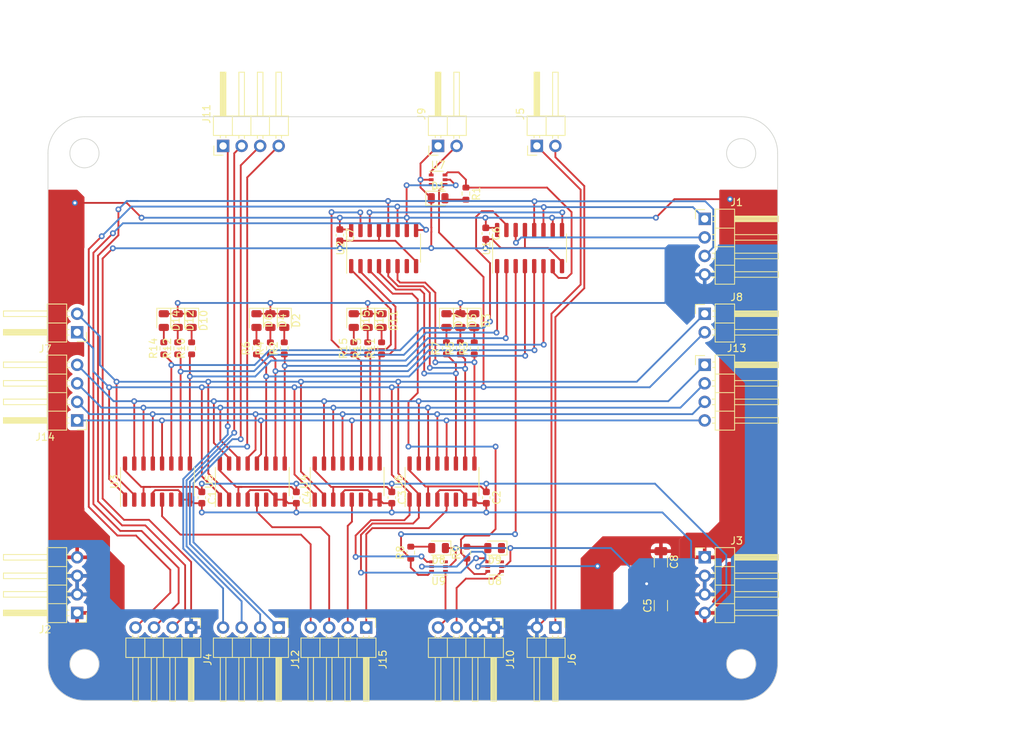
<source format=kicad_pcb>
(kicad_pcb (version 20221018) (generator pcbnew)
  (layers (0 "F.Cu" signal) (31 "B.Cu" signal) (34 "B.Paste" user) (35 "F.Paste" user) (36 "B.SilkS" user "B.Silkscreen") (37 "F.SilkS" user "F.Silkscreen") (38 "B.Mask" user) (39 "F.Mask" user) (44 "Edge.Cuts" user))
  (net 0 "")
  (net 1 "+3V3")
  (net 2 "GND")
  (net 3 "+3.3VP")
  (net 4 "Net-(D1-A)")
  (net 5 "Net-(D2-A)")
  (net 6 "Net-(D3-A)")
  (net 7 "Net-(D4-A)")
  (net 8 "Net-(D5-A)")
  (net 9 "Net-(D6-A)")
  (net 10 "Net-(D7-A)")
  (net 11 "Net-(D8-A)")
  (net 12 "Net-(D9-A)")
  (net 13 "Net-(D10-A)")
  (net 14 "Net-(D11-A)")
  (net 15 "Net-(D12-A)")
  (net 16 "Net-(D13-A)")
  (net 17 "Net-(D14-A)")
  (net 18 "Net-(D15-A)")
  (net 19 "SCLK")
  (net 20 "MOSI")
  (net 21 "LATCH")
  (net 22 "MISO")
  (net 23 "aresetn")
  (net 24 "prio_0")
  (net 25 "prio_1")
  (net 26 "cout_n")
  (net 27 "cin")
  (net 28 "cout_s")
  (net 29 "bus_3")
  (net 30 "bus_2")
  (net 31 "bus_1")
  (net 32 "bus_0")
  (net 33 "xp_cout_n")
  (net 34 "presel_1_2")
  (net 35 "presel_3_2")
  (net 36 "presel_1_1")
  (net 37 "presel_3_1")
  (net 38 "presel_1_0")
  (net 39 "presel_3_0")
  (net 40 "xp_cin")
  (net 41 "xp_cout_s")
  (net 42 "presel_0_2")
  (net 43 "presel_2_2")
  (net 44 "presel_0_1")
  (net 45 "presel_2_1")
  (net 46 "presel_2_0")
  (net 47 "Net-(U1-QH')")
  (net 49 "pre_0")
  (net 51 "pre_2")
  (net 53 "pre_1")
  (net 55 "pre_3")
  (net 60 "Net-(J11-Pin_1)")
  (net 61 "Net-(J11-Pin_2)")
  (net 62 "Net-(J11-Pin_3)")
  (net 63 "Net-(J11-Pin_4)")
  (net 64 "presel_0_0")
  (footprint "Resistor_SMD:R_0603_1608Metric" (layer "F.Cu") (at 122.78 86.745 90)
    (fp_text reference "R12")
    (fp_text value "330R")
  )
  (footprint "Resistor_SMD:R_0603_1608Metric" (layer "F.Cu") (at 163.42 86.745 90)
    (fp_text reference "R3")
    (fp_text value "330R")
  )
  (footprint "Connector_PinHeader_2.54mm:PinHeader_1x02_P2.54mm_Horizontal" (layer "F.Cu") (at 158.46 59 90)
    (fp_text reference "J9")
    (fp_text value "Conn_01x02")
  )
  (footprint "Connector_PinHeader_2.54mm:PinHeader_1x04_P2.54mm_Horizontal" (layer "F.Cu") (at 166.08 125 -90)
    (fp_text reference "J10")
    (fp_text value "Conn_01x04")
  )
  (footprint "Package_SO:SOIC-16_3.9x9.9mm_P1.27mm" (layer "F.Cu") (at 171 73 90)
    (fp_text reference "U1")
    (fp_text value "74AHCT595")
  )
  (footprint "LED_SMD:LED_0805_2012Metric" (layer "F.Cu") (at 148.815 82.935 -90)
    (fp_text reference "D13")
    (fp_text value "LED (green)")
  )
  (footprint "LED_SMD:LED_0805_2012Metric" (layer "F.Cu") (at 137.385 82.935 -90)
    (fp_text reference "D2")
    (fp_text value "LED (green)")
  )
  (footprint "Package_TO_SOT_SMD:SOT-363_SC-70-6" (layer "F.Cu") (at 158.467 63.631)
    (fp_text reference "U7")
    (fp_text value "NC7SB3157P6X")
  )
  (footprint "LED_SMD:LED_0805_2012Metric" (layer "F.Cu") (at 146.91 82.935 -90)
    (fp_text reference "D15")
    (fp_text value "LED (green)")
  )
  (footprint "Capacitor_SMD:C_0603_1608Metric" (layer "F.Cu") (at 165 71 -90)
    (fp_text reference "C6")
    (fp_text value "100n")
  )
  (footprint "Connector_PinHeader_2.54mm:PinHeader_1x04_P2.54mm_Horizontal" (layer "F.Cu") (at 195 115.38)
    (fp_text reference "J3")
    (fp_text value "Conn_01x04")
  )
  (footprint "Resistor_SMD:R_0603_1608Metric" (layer "F.Cu") (at 135.48 86.745 90)
    (fp_text reference "R4")
    (fp_text value "330R")
  )
  (footprint "Package_SO:SOIC-16_3.9x9.9mm_P1.27mm" (layer "F.Cu") (at 159 105 90)
    (fp_text reference "U6")
    (fp_text value "74LS151")
  )
  (footprint "Connector_PinHeader_2.54mm:PinHeader_1x02_P2.54mm_Horizontal" (layer "F.Cu") (at 172 59 90)
    (fp_text reference "J5")
    (fp_text value "Conn_01x02")
  )
  (footprint "Connector_PinHeader_2.54mm:PinHeader_1x04_P2.54mm_Horizontal" (layer "F.Cu") (at 195 89)
    (fp_text reference "J13")
    (fp_text value "Conn_01x04")
  )
  (footprint "Connector_PinHeader_2.54mm:PinHeader_1x04_P2.54mm_Horizontal" (layer "F.Cu") (at 148.62 125 -90)
    (fp_text reference "J15")
    (fp_text value "Conn_01x04")
  )
  (footprint "Connector_PinHeader_2.54mm:PinHeader_1x04_P2.54mm_Horizontal" (layer "F.Cu") (at 109 96.62 180)
    (fp_text reference "J14")
    (fp_text value "Conn_01x04")
  )
  (footprint "LED_SMD:LED_0805_2012Metric" (layer "F.Cu") (at 159.61 82.935 -90)
    (fp_text reference "D7")
    (fp_text value "LED (green)")
  )
  (footprint "Connector_PinHeader_2.54mm:PinHeader_1x02_P2.54mm_Horizontal" (layer "F.Cu") (at 174.54 125 -90)
    (fp_text reference "J6")
    (fp_text value "Conn_01x02")
  )
  (footprint "LED_SMD:LED_0805_2012Metric" (layer "F.Cu") (at 158.467 66.171)
    (fp_text reference "D1")
    (fp_text value "LED (green)")
  )
  (footprint "Resistor_SMD:R_0603_1608Metric" (layer "F.Cu") (at 154.718 114.745 90)
    (fp_text reference "R8")
    (fp_text value "330R")
  )
  (footprint "Connector_PinHeader_2.54mm:PinHeader_1x04_P2.54mm_Horizontal" (layer "F.Cu") (at 195 69)
    (fp_text reference "J1")
    (fp_text value "Conn_01x04")
  )
  (footprint "Capacitor_SMD:C_0603_1608Metric" (layer "F.Cu") (at 165.071 107.192 -90)
    (fp_text reference "C2")
    (fp_text value "100n")
  )
  (footprint "Connector_PinHeader_2.54mm:PinHeader_1x02_P2.54mm_Horizontal" (layer "F.Cu") (at 195 82)
    (fp_text reference "J8")
    (fp_text value "Conn_01x02")
  )
  (footprint "Capacitor_SMD:C_0603_1608Metric" (layer "F.Cu") (at 139.036 107.192 -90)
    (fp_text reference "C4")
    (fp_text value "100n")
  )
  (footprint "Capacitor_SMD:C_0603_1608Metric" (layer "F.Cu") (at 126.082 107.192 -90)
    (fp_text reference "C1")
    (fp_text value "100n")
  )
  (footprint "LED_SMD:LED_0805_2012Metric" (layer "F.Cu") (at 135.48 82.935 -90)
    (fp_text reference "D4")
    (fp_text value "LED (green)")
  )
  (footprint "Package_SO:SOIC-16_3.9x9.9mm_P1.27mm" (layer "F.Cu") (at 120 105 90)
    (fp_text reference "U3")
    (fp_text value "74LS151")
  )
  (footprint "Resistor_SMD:R_0603_1608Metric" (layer "F.Cu") (at 159.61 86.745 90)
    (fp_text reference "R7")
    (fp_text value "330R")
  )
  (footprint "Resistor_SMD:R_0603_1608Metric" (layer "F.Cu") (at 162.404 114.745 90)
    (fp_text reference "R9")
    (fp_text value "330R")
  )
  (footprint "LED_SMD:LED_0805_2012Metric" (layer "F.Cu") (at 158.528 114.11 180)
    (fp_text reference "D8")
    (fp_text value "LED (green)")
  )
  (footprint "Capacitor_SMD:C_0603_1608Metric" (layer "F.Cu") (at 145 71.225 -90)
    (fp_text reference "C7")
    (fp_text value "100n")
  )
  (footprint "Package_SO:SOIC-16_3.9x9.9mm_P1.27mm" (layer "F.Cu") (at 133 105 90)
    (fp_text reference "U5")
    (fp_text value "74LS151")
  )
  (footprint "LED_SMD:LED_0805_2012Metric" (layer "F.Cu") (at 133.575 82.935 -90)
    (fp_text reference "D6")
    (fp_text value "LED (green)")
  )
  (footprint "LED_SMD:LED_0805_2012Metric" (layer "F.Cu") (at 120.875 82.935 -90)
    (fp_text reference "D14")
    (fp_text value "LED (green)")
  )
  (footprint "LED_SMD:LED_0805_2012Metric" (layer "F.Cu") (at 161.515 82.935 -90)
    (fp_text reference "D5")
    (fp_text value "LED (green)")
  )
  (footprint "LED_SMD:LED_0805_2012Metric" (layer "F.Cu") (at 124.685 82.935 -90)
    (fp_text reference "D10")
    (fp_text value "LED (green)")
  )
  (footprint "Resistor_SMD:R_0603_1608Metric" (layer "F.Cu") (at 148.815 86.745 90)
    (fp_text reference "R13")
    (fp_text value "330R")
  )
  (footprint "Resistor_SMD:R_0603_1608Metric" (layer "F.Cu") (at 120.875 86.745 90)
    (fp_text reference "R14")
    (fp_text value "330R")
  )
  (footprint "Resistor_SMD:R_0603_1608Metric" (layer "F.Cu") (at 161.515 86.745 90)
    (fp_text reference "R5")
    (fp_text value "330R")
  )
  (footprint "Resistor_SMD:R_0603_1608Metric" (layer "F.Cu") (at 162.277 65.536 -90)
    (fp_text reference "R1")
    (fp_text value "330R")
  )
  (footprint "Package_SO:SOIC-16_3.9x9.9mm_P1.27mm" (layer "F.Cu") (at 151 73 90)
    (fp_text reference "U2")
    (fp_text value "74AHCT595")
  )
  (footprint "Resistor_SMD:R_0603_1608Metric" (layer "F.Cu") (at 146.91 86.745 90)
    (fp_text reference "R15")
    (fp_text value "330R")
  )
  (footprint "Package_TO_SOT_SMD:SOT-363_SC-70-6" (layer "F.Cu") (at 166.214 116.65 180)
    (fp_text reference "U8")
    (fp_text value "NC7SB3157P6X")
  )
  (footprint "Resistor_SMD:R_1206_3216Metric" (layer "F.Cu") (at 189 116 -90)
    (fp_text reference "C8")
    (fp_text value "22u")
  )
  (footprint "Connector_PinHeader_2.54mm:PinHeader_1x04_P2.54mm_Horizontal" (layer "F.Cu") (at 136.62 125 -90)
    (fp_text reference "J12")
    (fp_text value "Conn_01x04")
  )
  (footprint "Connector_PinHeader_2.54mm:PinHeader_1x02_P2.54mm_Horizontal" (layer "F.Cu") (at 109 84.54 180)
    (fp_text reference "J7")
    (fp_text value "Conn_01x02")
  )
  (footprint "Resistor_SMD:R_0603_1608Metric" (layer "F.Cu") (at 133.575 86.745 90)
    (fp_text reference "R6")
    (fp_text value "330R")
  )
  (footprint "Connector_PinHeader_2.54mm:PinHeader_1x04_P2.54mm_Horizontal" (layer "F.Cu") (at 124.62 125 -90)
    (fp_text reference "J4")
    (fp_text value "Conn_01x04")
  )
  (footprint "LED_SMD:LED_0805_2012Metric" (layer "F.Cu") (at 163.42 82.935 -90)
    (fp_text reference "D3")
    (fp_text value "LED (green)")
  )
  (footprint "Package_SO:SOIC-16_3.9x9.9mm_P1.27mm" (layer "F.Cu") (at 146 105 90)
    (fp_text reference "U4")
    (fp_text value "74LS151")
  )
  (footprint "Connector_PinHeader_2.54mm:PinHeader_1x04_P2.54mm_Horizontal" (layer "F.Cu") (at 129 59 90)
    (fp_text reference "J11")
    (fp_text value "Conn_01x04")
  )
  (footprint "Resistor_SMD:R_0603_1608Metric" (layer "F.Cu") (at 137.385 86.745 90)
    (fp_text reference "R2")
    (fp_text value "330R")
  )
  (footprint "LED_SMD:LED_0805_2012Metric" (layer "F.Cu") (at 150.72 82.935 -90)
    (fp_text reference "D11")
    (fp_text value "LED (green)")
  )
  (footprint "Resistor_SMD:R_0603_1608Metric" (layer "F.Cu") (at 150.72 86.745 90)
    (fp_text reference "R11")
    (fp_text value "330R")
  )
  (footprint "Package_TO_SOT_SMD:SOT-363_SC-70-6" (layer "F.Cu") (at 158.528 116.65 180)
    (fp_text reference "U9")
    (fp_text value "NC7SB3157P6X")
  )
  (footprint "LED_SMD:LED_0805_2012Metric" (layer "F.Cu") (at 166.214 114.11 180)
    (fp_text reference "D9")
    (fp_text value "LED (green)")
  )
  (footprint "Capacitor_SMD:C_0603_1608Metric" (layer "F.Cu") (at 152.117 107.192 -90)
    (fp_text reference "C3")
    (fp_text value "100n")
  )
  (footprint "LED_SMD:LED_0805_2012Metric" (layer "F.Cu") (at 122.78 82.935 -90)
    (fp_text reference "D12")
    (fp_text value "LED (green)")
  )
  (footprint "Connector_PinHeader_2.54mm:PinHeader_1x04_P2.54mm_Horizontal" (layer "F.Cu") (at 109 123 180)
    (fp_text reference "J2")
    (fp_text value "Conn_01x04")
  )
  (footprint "Resistor_SMD:R_0603_1608Metric" (layer "F.Cu") (at 124.685 86.745 90)
    (fp_text reference "R10")
    (fp_text value "330R")
  )
  (footprint "Resistor_SMD:R_1206_3216Metric" (layer "F.Cu") (at 189 122 90)
    (fp_text reference "C5")
    (fp_text value "22u")
  )
  (gr_line (start 200 55) (end 110 55) (stroke (width 0.1)) (layer "Edge.Cuts"))
  (gr_circle (center 200 130) (end 200 132) (stroke (width 0.1)) (fill none) (layer "Edge.Cuts"))
  (gr_circle (center 200 60) (end 200 62) (stroke (width 0.1)) (fill none) (layer "Edge.Cuts"))
  (gr_arc (start 110 135) (mid 106.464466 133.535534) (end 105 130) (stroke (width 0.1)) (layer "Edge.Cuts"))
  (gr_arc (start 105 60) (mid 106.464466 56.464466) (end 110 55) (stroke (width 0.1)) (layer "Edge.Cuts"))
  (gr_line (start 105 60) (end 105 130) (stroke (width 0.1)) (layer "Edge.Cuts"))
  (gr_arc (start 205 130) (mid 203.535534 133.535534) (end 200 135) (stroke (width 0.1)) (layer "Edge.Cuts"))
  (gr_arc (start 200 55) (mid 203.535534 56.464466) (end 205 60) (stroke (width 0.1)) (layer "Edge.Cuts"))
  (gr_line (start 200 135) (end 110 135) (stroke (width 0.1)) (layer "Edge.Cuts"))
  (gr_line (start 205 130) (end 205 60) (stroke (width 0.1)) (layer "Edge.Cuts"))
  (gr_circle (center 110 60) (end 110 58) (stroke (width 0.1)) (fill none) (layer "Edge.Cuts"))
  (gr_circle (center 110 130) (end 110 128) (stroke (width 0.1)) (fill none) (layer "Edge.Cuts"))
  (segment (start 126.082 106.417) (end 125.39 105.725) (width 0.25) (layer "F.Cu") (net 1))
  (segment (start 131.543 105.725) (end 131.095 105.725) (width 0.25) (layer "F.Cu") (net 1))
  (segment (start 151.425 105.725) (end 144.116 105.725) (width 0.25) (layer "F.Cu") (net 1))
  (segment (start 128.555 102.525) (end 128.555 103.499999) (width 0.25) (layer "F.Cu") (net 1))
  (segment (start 139.036 106.417) (end 138.344 105.725) (width 0.25) (layer "F.Cu") (net 1))
  (segment (start 144.116 105.725) (end 143.792 105.725) (width 0.25) (layer "F.Cu") (net 1))
  (segment (start 152.117 106.417) (end 152.117 105.287) (width 0.25) (layer "F.Cu") (net 1))
  (segment (start 152.117 106.417) (end 151.425 105.725) (width 0.25) (layer "F.Cu") (net 1))
  (segment (start 117.780001 105.725) (end 119.04 105.725) (width 0.25) (layer "F.Cu") (net 1))
  (segment (start 143.792 105.725) (end 141.555 103.488) (width 0.25) (layer "F.Cu") (net 1))
  (segment (start 144.095 105.746) (end 144.116 105.725) (width 0.25) (layer "F.Cu") (net 1))
  (segment (start 165.071 106.417) (end 165.071 105.287) (width 0.25) (layer "F.Cu") (net 1))
  (segment (start 130.780001 105.725) (end 131.543 105.725) (width 0.25) (layer "F.Cu") (net 1))
  (segment (start 115.555 102.525) (end 115.555 103.499999) (width 0.25) (layer "F.Cu") (net 1))
  (segment (start 131.095 105.725) (end 131.095 107.475) (width 0.25) (layer "F.Cu") (net 1))
  (segment (start 154.555 102.525) (end 154.555 103.499999) (width 0.25) (layer "F.Cu") (net 1))
  (segment (start 154.555 103.499999) (end 156.723001 105.668) (width 0.25) (layer "F.Cu") (net 1))
  (segment (start 156.723001 105.668) (end 157.07 105.668) (width 0.25) (layer "F.Cu") (net 1))
  (segment (start 144.095 107.475) (end 144.095 105.746) (width 0.25) (layer "F.Cu") (net 1))
  (segment (start 157.095 107.475) (end 157.095 105.693) (width 0.25) (layer "F.Cu") (net 1))
  (segment (start 157.07 105.668) (end 164.322 105.668) (width 0.25) (layer "F.Cu") (net 1))
  (segment (start 125.39 105.725) (end 119.04 105.725) (width 0.25) (layer "F.Cu") (net 1))
  (segment (start 164.322 105.668) (end 165.071 106.417) (width 0.25) (layer "F.Cu") (net 1))
  (segment (start 119.04 105.725) (end 118.095 105.725) (width 0.25) (layer "F.Cu") (net 1))
  (segment (start 115.555 103.499999) (end 117.780001 105.725) (width 0.25) (layer "F.Cu") (net 1))
  (segment (start 138.344 105.725) (end 131.543 105.725) (width 0.25) (layer "F.Cu") (net 1))
  (segment (start 157.095 105.693) (end 157.07 105.668) (width 0.25) (layer "F.Cu") (net 1))
  (segment (start 128.555 103.499999) (end 130.780001 105.725) (width 0.25) (layer "F.Cu") (net 1))
  (segment (start 139.036 106.417) (end 139.036 105.287) (width 0.25) (layer "F.Cu") (net 1))
  (segment (start 126.082 106.417) (end 126.082 105.287) (width 0.25) (layer "F.Cu") (net 1))
  (segment (start 118.095 105.725) (end 118.095 107.475) (width 0.25) (layer "F.Cu") (net 1))
  (segment (start 141.555 103.488) (end 141.555 102.525) (width 0.25) (layer "F.Cu") (net 1))
  (via (at 165.071 105.287) (size 0.8) (drill 0.4) (layers "F.Cu" "B.Cu") (net 1))
  (via (at 152.117 105.287) (size 0.8) (drill 0.4) (layers "F.Cu" "B.Cu") (net 1))
  (via (at 139.036 105.287) (size 0.8) (drill 0.4) (layers "F.Cu" "B.Cu") (net 1))
  (via (at 126.082 105.287) (size 0.8) (drill 0.4) (layers "F.Cu" "B.Cu") (net 1))
  (segment (start 188.185 105.287) (end 197.964 115.066) (width 0.25) (layer "B.Cu") (net 1))
  (segment (start 197.964 120.036) (end 195 123) (width 0.25) (layer "B.Cu") (net 1))
  (segment (start 165.071 105.287) (end 126.082 105.287) (width 0.25) (layer "B.Cu") (net 1))
  (segment (start 165.071 105.287) (end 188.185 105.287) (width 0.25) (layer "B.Cu") (net 1))
  (segment (start 197.964 115.066) (end 197.964 120.036) (width 0.25) (layer "B.Cu") (net 1))
  (segment (start 132.365 107.475) (end 132.365 106.500001) (width 0.25) (layer "F.Cu") (net 2))
  (segment (start 150.365 71.974) (end 150.339 72) (width 0.25) (layer "F.Cu") (net 2))
  (segment (start 159.61 81.9975) (end 163.42 81.9975) (width 0.25) (layer "F.Cu") (net 2))
  (segment (start 158.365 107.475) (end 158.365 106.500001) (width 0.25) (layer "F.Cu") (net 2))
  (segment (start 146.91 81.9975) (end 150.72 81.9975) (width 0.25) (layer "F.Cu") (net 2))
  (segment (start 172 59) (end 178 65) (width 0.25) (layer "F.Cu") (net 2))
  (segment (start 157.5295 70.177195) (end 157.5295 66.171) (width 0.25) (layer "F.Cu") (net 2))
  (segment (start 160.003 116.65) (end 159.478 116.65) (width 0.25) (layer "F.Cu") (net 2))
  (segment (start 162.175 106.836) (end 162.175 107.475) (width 0.25) (layer "F.Cu") (net 2))
  (segment (start 167.066 72.992) (end 173.543 72.992) (width 0.25) (layer "F.Cu") (net 2))
  (segment (start 113.89 73.029) (end 112.493 74.426) (width 0.25) (layer "F.Cu") (net 2))
  (segment (start 178 65) (end 178 78) (width 0.25) (layer "F.Cu") (net 2))
  (segment (start 135.255908 106.175) (end 136.175 107.094092) (width 0.25) (layer "F.Cu") (net 2))
  (segment (start 160.88 114.11) (end 160.88 115.773) (width 0.25) (layer "F.Cu") (net 2))
  (segment (start 165.849 71.775) (end 167.066 72.992) (width 0.25) (layer "F.Cu") (net 2))
  (segment (start 167.1515 114.11) (end 168.373 114.11) (width 0.25) (layer "F.Cu") (net 2))
  (segment (start 120.875 81.9975) (end 124.685 81.9975) (width 0.25) (layer "F.Cu") (net 2))
  (segment (start 161.514 106.175) (end 162.175 106.836) (width 0.25) (layer "F.Cu") (net 2))
  (segment (start 149.175 107.475) (end 149.175 106.500001) (width 0.25) (layer "F.Cu") (net 2))
  (segment (start 165.071 107.967) (end 163.937 107.967) (width 0.25) (layer "F.Cu") (net 2))
  (segment (start 119.365 106.500001) (end 119.690001 106.175) (width 0.25) (layer "F.Cu") (net 2))
  (segment (start 165.071 107.967) (end 165.071 109.224) (width 0.25) (layer "F.Cu") (net 2))
  (segment (start 167.611 116.65) (end 167.164 116.65) (width 0.25) (layer "F.Cu") (net 2))
  (segment (start 168.373 114.11) (end 168.373 115.888) (width 0.25) (layer "F.Cu") (net 2))
  (segment (start 136.175 107.475) (end 137.445 107.475) (width 0.25) (layer "F.Cu") (net 2))
  (segment (start 139.036 107.967) (end 137.937 107.967) (width 0.25) (layer "F.Cu") (net 2))
  (segment (start 150.937 107.967) (end 150.445 107.475) (width 0.25) (layer "F.Cu") (net 2))
  (segment (start 119.690001 106.175) (end 122.849999 106.175) (width 0.25) (layer "F.Cu") (net 2))
  (segment (start 139.036 107.967) (end 139.036 109.224) (width 0.25) (layer "F.Cu") (net 2))
  (segment (start 160.88 115.773) (end 160.003 116.65) (width 0.25) (layer "F.Cu") (net 2))
  (segment (start 119.365 107.475) (end 119.365 106.500001) (width 0.25) (layer "F.Cu") (net 2))
  (segment (start 174 82) (end 174 123) (width 0.25) (layer "F.Cu") (net 2))
  (segment (start 156.054 61.406) (end 156.054 63.631) (width 0.25) (layer "F.Cu") (net 2))
  (segment (start 149.175 107.475) (end 150.445 107.475) (width 0.25) (layer "F.Cu") (net 2))
  (segment (start 173.543 72.992) (end 175.445 74.894) (width 0.25) (layer "F.Cu") (net 2))
  (segment (start 163.937 107.967) (end 163.445 107.475) (width 0.25) (layer "F.Cu") (net 2))
  (segment (start 126.082 107.967) (end 124.937 107.967) (width 0.25) (layer "F.Cu") (net 2))
  (segment (start 158.365 106.500001) (end 158.690001 106.175) (width 0.25) (layer "F.Cu") (net 2))
  (segment (start 123.175 106.500001) (end 123.175 107.475) (width 0.25) (layer "F.Cu") (net 2))
  (segment (start 165 71.775) (end 165.849 71.775) (width 0.25) (layer "F.Cu") (net 2))
  (segment (start 145.005 72.005) (end 145 72) (width 0.25) (layer "F.Cu") (net 2))
  (segment (start 126.082 107.967) (end 126.082 109.224) (width 0.25) (layer "F.Cu") (net 2))
  (segment (start 150.365 70.525) (end 150.365 71.974) (width 0.25) (layer "F.Cu") (net 2))
  (segment (start 118.843 110.24) (end 115.414 110.24) (width 0.25) (layer "F.Cu") (net 2))
  (segment (start 115.414 110.24) (end 112.493 107.319) (width 0.25) (layer "F.Cu") (net 2))
  (segment (start 145 72) (end 150.339 72) (width 0.25) (layer "F.Cu") (net 2))
  (segment (start 152.117 107.967) (end 152.117 109.224) (width 0.25) (layer "F.Cu") (net 2))
  (segment (start 112.493 107.319) (end 112.493 74.553) (width 0.25) (layer "F.Cu") (net 2))
  (segment (start 157.541 70.789305) (end 157.541 70.188695) (width 0.25) (layer "F.Cu") (net 2))
  (segment (start 170.365 72.952) (end 170.365 70.525) (width 0.25) (layer "F.Cu") (net 2))
  (segment (start 162.175 107.475) (end 163.445 107.475) (width 0.25) (layer "F.Cu") (net 2))
  (segment (start 165 72.973) (end 164.944 73.029) (width 0.25) (layer "F.Cu") (net 2))
  (segment (start 148.849999 106.175) (end 145.690001 106.175) (width 0.25) (layer "F.Cu") (net 2))
  (segment (start 112.493 74.426) (end 112.493 74.553) (width 0.25) (layer "F.Cu") (net 2))
  (segment (start 152.612 72) (end 155.445 74.833) (width 0.25) (layer "F.Cu") (net 2))
  (segment (start 122.849999 106.175) (end 123.175 106.500001) (width 0.25) (layer "F.Cu") (net 2))
  (segment (start 150.339 72) (end 152.612 72) (width 0.25) (layer "F.Cu") (net 2))
  (segment (start 152.117 107.967) (end 150.937 107.967) (width 0.25) (layer "F.Cu") (net 2))
  (segment (start 157.541 70.188695) (end 157.5295 70.177195) (width 0.25) (layer "F.Cu") (net 2))
  (segment (start 145.365 106.500001) (end 145.365 107.475) (width 0.25) (layer "F.Cu") (net 2))
  (segment (start 159.4655 114.11) (end 160.88 114.11) (width 0.25) (layer "F.Cu") (net 2))
  (segment (start 178 78) (end 174 82) (width 0.25) (layer "F.Cu") (net 2))
  (segment (start 157.5295 72.9995) (end 157.5295 70.800805) (width 0.25) (layer "F.Cu") (net 2))
  (segment (start 124.937 107.967) (end 124.445 107.475) (width 0.25) (layer "F.Cu") (net 2))
  (segment (start 149.175 106.500001) (end 148.849999 106.175) (width 0.25) (layer "F.Cu") (net 2))
  (segment (start 158.46 59) (end 156.054 61.406) (width 0.25) (layer "F.Cu") (net 2))
  (segment (start 135.48 80.522) (end 135.48 81.9975) (width 0.25) (layer "F.Cu") (net 2))
  (segment (start 161.515 80.522) (end 161.515 81.9975) (width 0.25) (layer "F.Cu") (net 2))
  (segment (start 124.62 116.017) (end 118.843 110.24) (width 0.25) (layer "F.Cu") (net 2))
  (segment (start 175.445 74.894) (end 175.445 75.475) (width 0.25) (layer "F.Cu") (net 2))
  (segment (start 170.405 72.992) (end 170.365 72.952) (width 0.25) (layer "F.Cu") (net 2))
  (segment (start 174 123) (end 172 125) (width 0.25) (layer "F.Cu") (net 2))
  (segment (start 136.175 107.094092) (end 136.175 107.475) (width 0.25) (layer "F.Cu") (net 2))
  (segment (start 132.365 106.500001) (end 132.690001 106.175) (width 0.25) (layer "F.Cu") (net 2))
  (segment (start 122.78 81.9975) (end 122.78 80.522) (width 0.25) (layer "F.Cu") (net 2))
  (segment (start 156.054 64.6955) (end 156.054 63.631) (width 0.25) (layer "F.Cu") (net 2))
  (segment (start 124.62 125) (end 124.62 116.017) (width 0.25) (layer "F.Cu") (net 2))
  (segment (start 165 71.775) (end 165 72.973) (width 0.25) (layer "F.Cu") (net 2))
  (segment (start 155.445 74.833) (end 155.445 75.475) (width 0.25) (layer "F.Cu") (net 2))
  (segment (start 157.5295 66.171) (end 156.054 64.6955) (width 0.25) (layer "F.Cu") (net 2))
  (segment (start 158.690001 106.175) (end 161.514 106.175) (width 0.25) (layer "F.Cu") (net 2))
  (segment (start 157.517 63.631) (end 156.054 63.631) (width 0.25) (layer "F.Cu") (net 2))
  (segment (start 137.937 107.967) (end 137.445 107.475) (width 0.25) (layer "F.Cu") (net 2))
  (segment (start 145.005 73.029) (end 145.005 72.005) (width 0.25) (layer "F.Cu") (net 2))
  (segment (start 132.690001 106.175) (end 135.255908 106.175) (width 0.25) (layer "F.Cu") (net 2))
  (segment (start 133.575 81.9975) (end 137.385 81.9975) (width 0.25) (layer "F.Cu") (net 2))
  (segment (start 157.5295 70.800805) (end 157.541 70.789305) (width 0.25) (layer "F.Cu") (net 2))
  (segment (start 148.815 80.522) (end 148.815 81.9975) (width 0.25) (layer "F.Cu") (net 2))
  (segment (start 145.690001 106.175) (end 145.365 106.500001) (width 0.25) (layer "F.Cu") (net 2))
  (segment (start 168.373 115.888) (end 167.611 116.65) (width 0.25) (layer "F.Cu") (net 2))
  (segment (start 123.175 107.475) (end 124.445 107.475) (width 0.25) (layer "F.Cu") (net 2))
  (via (at 113.89 73.029) (size 0.8) (drill 0.4) (layers "F.Cu" "B.Cu") (net 2))
  (via (at 122.78 80.522) (size 0.8) (drill 0.4) (layers "F.Cu" "B.Cu") (net 2))
  (via (at 164.944 73.029) (size 0.8) (drill 0.4) (layers "F.Cu" "B.Cu") (net 2))
  (via (at 148.815 80.522) (size 0.8) (drill 0.4) (layers "F.Cu" "B.Cu") (net 2))
  (via (at 168.373 114.11) (size 0.8) (drill 0.4) (layers "F.Cu" "B.Cu") (net 2))
  (via (at 165.071 109.224) (size 0.8) (drill 0.4) (layers "F.Cu" "B.Cu") (net 2))
  (via (at 145.005 73.029) (size 0.8) (drill 0.4) (layers "F.Cu" "B.Cu") (net 2))
  (via (at 160.88 114.11) (size 0.8) (drill 0.4) (layers "F.Cu" "B.Cu") (net 2))
  (via (at 157.5295 72.9995) (size 0.8) (drill 0.4) (layers "F.Cu" "B.Cu") (net 2))
  (via (at 126.082 109.224) (size 0.8) (drill 0.4) (layers "F.Cu" "B.Cu") (net 2))
  (via (at 135.48 80.522) (size 0.8) (drill 0.4) (layers "F.Cu" "B.Cu") (net 2))
  (via (at 156.054 63.631) (size 0.8) (drill 0.4) (layers "F.Cu" "B.Cu") (net 2))
  (via (at 187.042 119.003) (size 0.8) (drill 0.4) (layers "F.Cu" "B.Cu") (net 2))
  (via (at 152.117 109.224) (size 0.8) (drill 0.4) (layers "F.Cu" "B.Cu") (net 2))
  (via (at 139.036 109.224) (size 0.8) (drill 0.4) (layers "F.Cu" "B.Cu") (net 2))
  (via (at 161.515 80.522) (size 0.8) (drill 0.4) (layers "F.Cu" "B.Cu") (net 2))
  (segment (start 189.201 109.224) (end 193.138 113.161) (width 0.25) (layer "B.Cu") (net 2))
  (segment (start 135.48 80.522) (end 148.815 80.522) (width 0.25) (layer "B.Cu") (net 2))
  (segment (start 193.5 76.5) (end 193.5 74) (width 0.25) (layer "B.Cu") (net 2))
  (segment (start 193.38 76.62) (end 195 76.62) (width 0.25) (layer "B.Cu") (net 2))
  (segment (start 182.149 114.11) (end 187.042 119.003) (width 0.25) (layer "B.Cu") (net 2))
  (segment (start 195 117.92) (end 195 120.46) (width 0.25) (layer "B.Cu") (net 2))
  (segment (start 157.5 73.029) (end 145.005 73.029) (width 0.25) (layer "B.Cu") (net 2))
  (segment (start 189.478 80.522) (end 193.38 76.62) (width 0.25) (layer "B.Cu") (net 2))
  (segment (start 165.071 109.224) (end 189.201 109.224) (width 0.25) (layer "B.Cu") (net 2))
  (segment (start 145.005 73.029) (end 113.89 73.029) (width 0.25) (layer "B.Cu") (net 2))
  (segment (start 193.62 76.62) (end 193.5 76.5) (width 0.25) (layer "B.Cu") (net 2))
  (segment (start 195 76.62) (end 193.62 76.62) (width 0.25) (layer "B.Cu") (net 2))
  (segment (start 160.88 114.11) (end 168.373 114.11) (width 0.25) (layer "B.Cu") (net 2))
  (segment (start 148.815 80.522) (end 161.515 80.522) (width 0.25) (layer "B.Cu") (net 2))
  (segment (start 122.78 80.522) (end 135.48 80.522) (width 0.25) (layer "B.Cu") (net 2))
  (segment (start 161.515 80.522) (end 189.478 80.522) (width 0.25) (layer "B.Cu") (net 2))
  (segment (start 193.138 117.92) (end 195 117.92) (width 0.25) (layer "B.Cu") (net 2))
  (segment (start 192.529 73.029) (end 164.944 73.029) (width 0.25) (layer "B.Cu") (net 2))
  (segment (start 157.559 73.029) (end 157.5295 72.9995) (width 0.25) (layer "B.Cu") (net 2))
  (segment (start 168.373 114.11) (end 182.149 114.11) (width 0.25) (layer "B.Cu") (net 2))
  (segment (start 164.944 73.029) (end 157.559 73.029) (width 0.25) (layer "B.Cu") (net 2))
  (segment (start 126.082 109.224) (end 165.071 109.224) (width 0.25) (layer "B.Cu") (net 2))
  (segment (start 193.138 113.161) (end 193.138 117.92) (width 0.25) (layer "B.Cu") (net 2))
  (segment (start 157.5295 72.9995) (end 157.5 73.029) (width 0.25) (layer "B.Cu") (net 2))
  (segment (start 193.5 74) (end 192.529 73.029) (width 0.25) (layer "B.Cu") (net 2))
  (segment (start 145 68.843) (end 145 70.45) (width 0.25) (layer "F.Cu") (net 3))
  (segment (start 166.255 70.225) (end 166.555 70.525) (width 0.25) (layer "F.Cu") (net 3))
  (segment (start 174.175 68.925) (end 174.088 68.838) (width 0.25) (layer "F.Cu") (net 3))
  (segment (start 159.417 63.631) (end 160.118 63.631) (width 0.25) (layer "F.Cu") (net 3))
  (segment (start 165 70.225) (end 166.255 70.225) (width 0.25) (layer "F.Cu") (net 3))
  (segment (start 190.852 66.298) (end 198.472 66.298) (width 0.25) (layer "F.Cu") (net 3))
  (segment (start 145 70.45) (end 146.48 70.45) (width 0.25) (layer "F.Cu") (net 3))
  (segment (start 154.149 68.812) (end 154.175 68.838) (width 0.25) (layer "F.Cu") (net 3))
  (segment (start 146.48 70.45) (end 146.555 70.525) (width 0.25) (layer "F.Cu") (net 3))
  (segment (start 165 68.894) (end 165 70.225) (width 0.25) (layer "F.Cu") (net 3))
  (segment (start 160.118 63.631) (end 160.88 64.393) (width 0.25) (layer "F.Cu") (net 3))
  (segment (start 174.175 70.525) (end 174.175 68.925) (width 0.25) (layer "F.Cu") (net 3))
  (segment (start 145.005 68.838) (end 145 68.843) (width 0.25) (layer "F.Cu") (net 3))
  (segment (start 157.578 116.65) (end 156.242 116.65) (width 0.25) (layer "F.Cu") (net 3))
  (segment (start 165.264 116.65) (end 163.928 116.65) (width 0.25) (layer "F.Cu") (net 3))
  (segment (start 154.149 64.393) (end 154.149 68.812) (width 0.25) (layer "F.Cu") (net 3))
  (segment (start 115.795 66.806) (end 108.683 66.806) (width 0.25) (layer "F.Cu") (net 3))
  (segment (start 117.827 68.838) (end 115.795 66.806) (width 0.25) (layer "F.Cu") (net 3))
  (segment (start 188.312 68.838) (end 190.852 66.298) (width 0.25) (layer "F.Cu") (net 3))
  (segment (start 154.175 68.838) (end 154.175 70.525) (width 0.25) (layer "F.Cu") (net 3))
  (segment (start 164.944 68.838) (end 165 68.894) (width 0.25) (layer "F.Cu") (net 3))
  (via (at 117.827 68.838) (size 0.8) (drill 0.4) (layers "F.Cu" "B.Cu") (net 3))
  (via (at 163.928 116.65) (size 0.8) (drill 0.4) (layers "F.Cu" "B.Cu") (net 3))
  (via (at 164.944 68.838) (size 0.8) (drill 0.4) (layers "F.Cu" "B.Cu") (net 3))
  (via (at 145.005 68.838) (size 0.8) (drill 0.4) (layers "F.Cu" "B.Cu") (net 3))
  (via (at 108.683 66.806) (size 0.8) (drill 0.4) (layers "F.Cu" "B.Cu") (net 3))
  (via (at 154.175 68.838) (size 0.8) (drill 0.4) (layers "F.Cu" "B.Cu") (net 3))
  (via (at 174.088 68.838) (size 0.8) (drill 0.4) (layers "F.Cu" "B.Cu") (net 3))
  (via (at 156.242 116.65) (size 0.8) (drill 0.4) (layers "F.Cu" "B.Cu") (net 3))
  (via (at 198.472 66.298) (size 0.8) (drill 0.4) (layers "F.Cu" "B.Cu") (net 3))
  (via (at 180.311 116.59) (size 0.8) (drill 0.4) (layers "F.Cu" "B.Cu") (net 3))
  (via (at 188.312 68.838) (size 0.8) (drill 0.4) (layers "F.Cu" "B.Cu") (net 3))
  (via (at 154.149 64.393) (size 0.8) (drill 0.4) (layers "F.Cu" "B.Cu") (net 3))
  (via (at 160.88 64.393) (size 0.8) (drill 0.4) (layers "F.Cu" "B.Cu") (net 3))
  (segment (start 163.988 116.59) (end 180.311 116.59) (width 0.25) (layer "B.Cu") (net 3))
  (segment (start 164.944 114.999) (end 164.944 115.634) (width 0.25) (layer "B.Cu") (net 3))
  (segment (start 145.005 68.838) (end 174.088 68.838) (width 0.25) (layer "B.Cu") (net 3))
  (segment (start 163.928 116.65) (end 163.988 116.59) (width 0.25) (layer "B.Cu") (net 3))
  (segment (start 161.007 116.65) (end 163.039 114.618) (width 0.25) (layer "B.Cu") (net 3))
  (segment (start 160.88 64.393) (end 154.149 64.393) (width 0.25) (layer "B.Cu") (net 3))
  (segment (start 174.088 68.838) (end 188.312 68.838) (width 0.25) (layer "B.Cu") (net 3))
  (segment (start 145.005 68.838) (end 117.827 68.838) (width 0.25) (layer "B.Cu") (net 3))
  (segment (start 163.039 114.618) (end 164.563 114.618) (width 0.25) (layer "B.Cu") (net 3))
  (segment (start 156.242 116.65) (end 161.007 116.65) (width 0.25) (layer "B.Cu") (net 3))
  (segment (start 164.944 115.634) (end 163.928 116.65) (width 0.25) (layer "B.Cu") (net 3))
  (segment (start 164.563 114.618) (end 164.944 114.999) (width 0.25) (layer "B.Cu") (net 3))
  (segment (start 162.277 66.361) (end 159.5945 66.361) (width 0.25) (layer "F.Cu") (net 4))
  (segment (start 159.5945 66.361) (end 159.4045 66.171) (width 0.25) (layer "F.Cu") (net 4))
  (segment (start 137.385 85.92) (end 137.385 83.8725) (width 0.25) (layer "F.Cu") (net 5))
  (segment (start 163.42 85.92) (end 163.42 83.8725) (width 0.25) (layer "F.Cu") (net 6))
  (segment (start 135.48 85.92) (end 135.48 83.8725) (width 0.25) (layer "F.Cu") (net 7))
  (segment (start 161.515 85.92) (end 161.515 83.8725) (width 0.25) (layer "F.Cu") (net 8))
  (segment (start 133.575 85.92) (end 133.575 83.8725) (width 0.25) (layer "F.Cu") (net 9))
  (segment (start 159.61 85.92) (end 159.61 83.8725) (width 0.25) (layer "F.Cu") (net 10))
  (segment (start 157.4005 113.92) (end 157.5905 114.11) (width 0.25) (layer "F.Cu") (net 11))
  (segment (start 154.718 113.92) (end 157.4005 113.92) (width 0.25) (layer "F.Cu") (net 11))
  (segment (start 162.404 113.92) (end 165.0865 113.92) (width 0.25) (layer "F.Cu") (net 12))
  (segment (start 165.0865 113.92) (end 165.2765 114.11) (width 0.25) (layer "F.Cu") (net 12))
  (segment (start 124.685 85.92) (end 124.685 83.8725) (width 0.25) (layer "F.Cu") (net 13))
  (segment (start 150.72 85.92) (end 150.72 83.8725) (width 0.25) (layer "F.Cu") (net 14))
  (segment (start 122.78 85.92) (end 122.78 83.8725) (width 0.25) (layer "F.Cu") (net 15))
  (segment (start 148.815 85.92) (end 148.815 83.8725) (width 0.25) (layer "F.Cu") (net 16))
  (segment (start 120.875 85.92) (end 120.875 83.8725) (width 0.25) (layer "F.Cu") (net 17))
  (segment (start 146.91 85.92) (end 146.91 83.8725) (width 0.25) (layer "F.Cu") (net 18))
  (segment (start 114.525 112.399) (end 110.588 108.462) (width 0.25) (layer "F.Cu") (net 19))
  (segment (start 121.764 120.236) (end 121.764 117.098) (width 0.25) (layer "F.Cu") (net 19))
  (segment (start 117 125) (end 121.764 120.236) (width 0.25) (layer "F.Cu") (net 19))
  (segment (start 121.764 117.098) (end 117.065 112.399) (width 0.25) (layer "F.Cu") (net 19))
  (segment (start 172.905 67.428) (end 172.905 70.525) (width 0.25) (layer "F.Cu") (net 19))
  (segment (start 172.945 67.388) (end 172.905 67.428) (width 0.25) (layer "F.Cu") (net 19))
  (segment (start 152.879 67.314) (end 152.905 67.34) (width 0.25) (layer "F.Cu") (net 19))
  (segment (start 110.588 73.156) (end 112.366 71.378) (width 0.25) (layer "F.Cu") (net 19))
  (segment (start 152.905 67.34) (end 152.905 70.525) (width 0.25) (layer "F.Cu") (net 19))
  (segment (start 110.588 108.462) (end 110.588 73.156) (width 0.25) (layer "F.Cu") (net 19))
  (segment (start 117.065 112.399) (end 114.525 112.399) (width 0.25) (layer "F.Cu") (net 19))
  (via (at 152.879 67.314) (size 0.8) (drill 0.4) (layers "F.Cu" "B.Cu") (net 19))
  (via (at 112.366 71.378) (size 0.8) (drill 0.4) (layers "F.Cu" "B.Cu") (net 19))
  (via (at 172.945 67.388) (size 0.8) (drill 0.4) (layers "F.Cu" "B.Cu") (net 19))
  (segment (start 172.945 67.388) (end 172.871 67.314) (width 0.25) (layer "B.Cu") (net 19))
  (segment (start 195 69) (end 193.388 67.388) (width 0.25) (layer "B.Cu") (net 19))
  (segment (start 193.388 67.388) (end 172.945 67.388) (width 0.25) (layer "B.Cu") (net 19))
  (segment (start 172.871 67.314) (end 152.879 67.314) (width 0.25) (layer "B.Cu") (net 19))
  (segment (start 112.366 71.378) (end 116.43 67.314) (width 0.25) (layer "B.Cu") (net 19))
  (segment (start 116.43 67.314) (end 152.879 67.314) (width 0.25) (layer "B.Cu") (net 19))
  (segment (start 169.095 72.227) (end 169.135 72.267) (width 0.25) (layer "F.Cu") (net 20))
  (segment (start 169.095 70.525) (end 169.095 72.227) (width 0.25) (layer "F.Cu") (net 20))
  (via (at 169.135 72.267) (size 0.8) (drill 0.4) (layers "F.Cu" "B.Cu") (net 20))
  (segment (start 169.862 71.54) (end 195 71.54) (width 0.25) (layer "B.Cu") (net 20))
  (segment (start 169.135 72.267) (end 169.862 71.54) (width 0.25) (layer "B.Cu") (net 20))
  (segment (start 114.652 68.076) (end 114.652 67.695) (width 0.25) (layer "F.Cu") (net 21))
  (segment (start 122.08 125) (end 123.796 123.284) (width 0.25) (layer "F.Cu") (net 21))
  (segment (start 123.796 116.463) (end 118.335 111.002) (width 0.25) (layer "F.Cu") (net 21))
  (segment (start 171.635 66.629) (end 171.635 70.525) (width 0.25) (layer "F.Cu") (net 21))
  (segment (start 115.16 111.002) (end 111.858 107.7) (width 0.25) (layer "F.Cu") (net 21))
  (segment (start 118.335 111.002) (end 115.16 111.002) (width 0.25) (layer "F.Cu") (net 21))
  (segment (start 111.858 107.7) (end 111.858 74.035695) (width 0.25) (layer "F.Cu") (net 21))
  (segment (start 171.675 66.589) (end 171.635 66.629) (width 0.25) (layer "F.Cu") (net 21))
  (segment (start 151.609 66.552) (end 151.635 66.578) (width 0.25) (layer "F.Cu") (net 21))
  (segment (start 111.858 74.035695) (end 114.652 71.241695) (width 0.25) (layer "F.Cu") (net 21))
  (segment (start 123.796 123.284) (end 123.796 116.463) (width 0.25) (layer "F.Cu") (net 21))
  (segment (start 151.635 66.578) (end 151.635 70.525) (width 0.25) (layer "F.Cu") (net 21))
  (segment (start 114.652 71.241695) (end 114.652 68.076) (width 0.25) (layer "F.Cu") (net 21))
  (via (at 171.675 66.589) (size 0.8) (drill 0.4) (layers "F.Cu" "B.Cu") (net 21))
  (via (at 151.609 66.552) (size 0.8) (drill 0.4) (layers "F.Cu" "B.Cu") (net 21))
  (via (at 114.652 67.695) (size 0.8) (drill 0.4) (layers "F.Cu" "B.Cu") (net 21))
  (segment (start 115.795 66.552) (end 116.303 66.552) (width 0.25) (layer "B.Cu") (net 21))
  (segment (start 114.652 67.695) (end 115.795 66.552) (width 0.25) (layer "B.Cu") (net 21))
  (segment (start 196.175 67.684) (end 195.08 66.589) (width 0.25) (layer "B.Cu") (net 21))
  (segment (start 171.638 66.552) (end 151.609 66.552) (width 0.25) (layer "B.Cu") (net 21))
  (segment (start 195 74.08) (end 196.175 72.905) (width 0.25) (layer "B.Cu") (net 21))
  (segment (start 116.303 66.552) (end 117.319 66.552) (width 0.25) (layer "B.Cu") (net 21))
  (segment (start 151.609 66.552) (end 116.303 66.552) (width 0.25) (layer "B.Cu") (net 21))
  (segment (start 195.08 66.589) (end 171.675 66.589) (width 0.25) (layer "B.Cu") (net 21))
  (segment (start 171.675 66.589) (end 171.638 66.552) (width 0.25) (layer "B.Cu") (net 21))
  (segment (start 196.175 72.905) (end 196.175 67.684) (width 0.25) (layer "B.Cu") (net 21))
  (segment (start 111.223 108.081) (end 111.223 73.645388) (width 0.25) (layer "F.Cu") (net 22))
  (segment (start 119.54 125) (end 122.907 121.633) (width 0.25) (layer "F.Cu") (net 22))
  (segment (start 122.907 116.844) (end 117.827 111.764) (width 0.25) (layer "F.Cu") (net 22))
  (segment (start 111.223 73.645388) (end 113.899194 70.969194) (width 0.25) (layer "F.Cu") (net 22))
  (segment (start 114.906 111.764) (end 111.223 108.081) (width 0.25) (layer "F.Cu") (net 22))
  (segment (start 122.907 121.633) (end 122.907 116.844) (width 0.25) (layer "F.Cu") (net 22))
  (segment (start 156.78 70.525) (end 156.816 70.489) (width 0.25) (layer "F.Cu") (net 22))
  (segment (start 117.827 111.764) (end 114.906 111.764) (width 0.25) (layer "F.Cu") (net 22))
  (segment (start 155.445 70.525) (end 156.78 70.525) (width 0.25) (layer "F.Cu") (net 22))
  (via (at 156.816 70.489) (size 0.8) (drill 0.4) (layers "F.Cu" "B.Cu") (net 22))
  (via (at 113.899194 70.969194) (size 0.8) (drill 0.4) (layers "F.Cu" "B.Cu") (net 22))
  (segment (start 155.927 69.6) (end 115.268388 69.6) (width 0.25) (layer "B.Cu") (net 22))
  (segment (start 156.816 70.489) (end 155.927 69.6) (width 0.25) (layer "B.Cu") (net 22))
  (segment (start 115.268388 69.6) (end 113.899194 70.969194) (width 0.25) (layer "B.Cu") (net 22))
  (segment (start 178.5 64.5) (end 174.54 60.54) (width 0.25) (layer "F.Cu") (net 23))
  (segment (start 174.54 82.46) (end 178.5 78.5) (width 0.25) (layer "F.Cu") (net 23))
  (segment (start 174.54 60.54) (end 174.54 59) (width 0.25) (layer "F.Cu") (net 23))
  (segment (start 174.54 125) (end 174.54 82.46) (width 0.25) (layer "F.Cu") (net 23))
  (segment (start 178.5 78.5) (end 178.5 64.5) (width 0.25) (layer "F.Cu") (net 23))
  (segment (start 164.69 76.966) (end 158.592 70.868) (width 0.25) (layer "F.Cu") (net 24))
  (segment (start 149.262208 110.298) (end 153.837 110.298) (width 0.25) (layer "F.Cu") (net 24))
  (segment (start 126.807 104.986695) (end 126.382305 104.562) (width 0.25) (layer "F.Cu") (net 24))
  (segment (start 141.555 107.475) (end 141.555 106.79) (width 0.25) (layer "F.Cu") (net 24))
  (segment (start 115.555 107.475) (end 115.555 106.825) (width 0.25) (layer "F.Cu") (net 24))
  (segment (start 164.69 92.042) (end 164.69 76.966) (width 0.25) (layer "F.Cu") (net 24))
  (segment (start 147.164 112.396208) (end 149.262208 110.298) (width 0.25) (layer "F.Cu") (net 24))
  (segment (start 138.782 104.017) (end 138.782 92.079) (width 0.25) (layer "F.Cu") (net 24))
  (segment (start 126.807 104.996) (end 126.807 104.986695) (width 0.25) (layer "F.Cu") (net 24))
  (segment (start 156.928 116) (end 156.181 115.253) (width 0.25) (layer "F.Cu") (net 24))
  (segment (start 115.555 106.825) (end 113.382 104.652) (width 0.25) (layer "F.Cu") (net 24))
  (segment (start 141.555 106.79) (end 139.761 104.996) (width 0.25) (layer "F.Cu") (net 24))
  (segment (start 113.382 104.652) (end 113.382 92.079) (width 0.25) (layer "F.Cu") (net 24))
  (segment (start 147.164 115.32) (end 147.164 112.396208) (width 0.25) (layer "F.Cu") (net 24))
  (segment (start 158.592 70.868) (end 158.592 65.106) (width 0.25) (layer "F.Cu") (net 24))
  (segment (start 128.555 106.744) (end 126.807 104.996) (width 0.25) (layer "F.Cu") (net 24))
  (segment (start 154.555 109.58) (end 154.555 107.475) (width 0.25) (layer "F.Cu") (net 24))
  (segment (start 154.555 106.500001) (end 152.117 104.062001) (width 0.25) (layer "F.Cu") (net 24))
  (segment (start 157.578 116) (end 156.928 116) (width 0.25) (layer "F.Cu") (net 24))
  (segment (start 139.327 104.562) (end 138.782 104.017) (width 0.25) (layer "F.Cu") (net 24))
  (segment (start 139.336305 104.562) (end 139.327 104.562) (width 0.25) (layer "F.Cu") (net 24))
  (segment (start 126.382305 104.562) (end 126.373 104.562) (width 0.25) (layer "F.Cu") (net 24))
  (segment (start 158.592 65.106) (end 159.417 64.281) (width 0.25) (layer "F.Cu") (net 24))
  (segment (start 154.555 107.475) (end 154.555 106.500001) (width 0.25) (layer "F.Cu") (net 24))
  (segment (start 152.117 104.062001) (end 152.117 92.079) (width 0.25) (layer "F.Cu") (net 24))
  (segment (start 139.761 104.986695) (end 139.336305 104.562) (width 0.25) (layer "F.Cu") (net 24))
  (segment (start 153.837 110.298) (end 154.555 109.58) (width 0.25) (layer "F.Cu") (net 24))
  (segment (start 126.373 104.562) (end 126.082 104.271) (width 0.25) (layer "F.Cu") (net 24))
  (segment (start 128.555 107.475) (end 128.555 106.744) (width 0.25) (layer "F.Cu") (net 24))
  (segment (start 126.082 104.271) (end 126.082 92.079) (width 0.25) (layer "F.Cu") (net 24))
  (segment (start 139.761 104.996) (end 139.761 104.986695) (width 0.25) (layer "F.Cu") (net 24))
  (via (at 138.782 92.079) (size 0.8) (drill 0.4) (layers "F.Cu" "B.Cu") (net 24))
  (via (at 126.082 92.079) (size 0.8) (drill 0.4) (layers "F.Cu" "B.Cu") (net 24))
  (via (at 152.117 92.079) (size 0.8) (drill 0.4) (layers "F.Cu" "B.Cu") (net 24))
  (via (at 113.382 92.079) (size 0.8) (drill 0.4) (layers "F.Cu" "B.Cu") (net 24))
  (via (at 147.164 115.32) (size 0.8) (drill 0.4) (layers "F.Cu" "B.Cu") (net 24))
  (via (at 156.181 115.253) (size 0.8) (drill 0.4) (layers "F.Cu" "B.Cu") (net 24))
  (via (at 164.69 92.042) (size 0.8) (drill 0.4) (layers "F.Cu" "B.Cu") (net 24))
  (segment (start 111.205 89.902) (end 113.382 92.079) (width 0.25) (layer "B.Cu") (net 24))
  (segment (start 126.082 92.079) (end 113.382 92.079) (width 0.25) (layer "B.Cu") (net 24))
  (segment (start 147.231 115.253) (end 156.181 115.253) (width 0.25) (layer "B.Cu") (net 24))
  (segment (start 138.782 92.079) (end 126.082 92.079) (width 0.25) (layer "B.Cu") (net 24))
  (segment (start 164.69 92.042) (end 164.727 92.079) (width 0.25) (layer "B.Cu") (net 24))
  (segment (start 164.727 92.079) (end 187.461 92.079) (width 0.25) (layer "B.Cu") (net 24))
  (segment (start 164.69 92.042) (end 164.653 92.079) (width 0.25) (layer "B.Cu") (net 24))
  (segment (start 152.117 92.079) (end 138.782 92.079) (width 0.25) (layer "B.Cu") (net 24))
  (segment (start 109 84.54) (end 111.205 86.745) (width 0.25) (layer "B.Cu") (net 24))
  (segment (start 111.205 86.745) (end 111.205 89.902) (width 0.25) (layer "B.Cu") (net 24))
  (segment (start 164.653 92.079) (end 152.117 92.079) (width 0.25) (layer "B.Cu") (net 24))
  (segment (start 187.461 92.079) (end 195 84.54) (width 0.25) (layer "B.Cu") (net 24))
  (segment (start 147.164 115.32) (end 147.231 115.253) (width 0.25) (layer "B.Cu") (net 24))
  (segment (start 114.398 91.317) (end 114.398 104.398) (width 0.25) (layer "F.Cu") (net 25))
  (segment (start 163.674 115.507) (end 164.771 115.507) (width 0.25) (layer "F.Cu") (net 25))
  (segment (start 126.971 103.89) (end 126.971 91.317) (width 0.25) (layer "F.Cu") (net 25))
  (segment (start 153.006 103.89) (end 153.006 91.317) (width 0.25) (layer "F.Cu") (net 25))
  (segment (start 142.825 106.79) (end 139.671 103.636) (width 0.25) (layer "F.Cu") (net 25))
  (segment (start 116.825 106.825) (end 116.825 107.475) (width 0.25) (layer "F.Cu") (net 25))
  (segment (start 139.671 103.636) (end 139.671 91.317) (width 0.25) (layer "F.Cu") (net 25))
  (segment (start 147.895 117.479) (end 147.895 112.301604) (width 0.25) (layer "F.Cu") (net 25))
  (segment (start 126.971 103.89) (end 129.825 106.744) (width 0.25) (layer "F.Cu") (net 25))
  (segment (start 149.448604 110.748) (end 155.038 110.748) (width 0.25) (layer "F.Cu") (net 25))
  (segment (start 129.825 106.744) (end 129.825 107.475) (width 0.25) (layer "F.Cu") (net 25))
  (segment (start 147.895 112.301604) (end 149.448604 110.748) (width 0.25) (layer "F.Cu") (net 25))
  (segment (start 142.825 107.475) (end 142.825 106.79) (width 0.25) (layer "F.Cu") (net 25))
  (segment (start 155.825 106.709) (end 153.006 103.89) (width 0.25) (layer "F.Cu") (net 25))
  (segment (start 155.038 110.748) (end 155.825 109.961) (width 0.25) (layer "F.Cu") (net 25))
  (segment (start 155.825 107.475) (end 155.825 106.709) (width 0.25) (layer "F.Cu") (net 25))
  (segment (start 155.825 109.961) (end 155.825 107.475) (width 0.25) (layer "F.Cu") (net 25))
  (segment (start 164.771 115.507) (end 165.264 116) (width 0.25) (layer "F.Cu") (net 25))
  (segment (start 114.398 104.398) (end 116.825 106.825) (width 0.25) (layer "F.Cu") (net 25))
  (via (at 147.895 117.479) (size 0.8) (drill 0.4) (layers "F.Cu" "B.Cu") (net 25))
  (via (at 153.006 91.317) (size 0.8) (drill 0.4) (layers "F.Cu" "B.Cu") (net 25))
  (via (at 126.971 91.317) (size 0.8) (drill 0.4) (layers "F.Cu" "B.Cu") (net 25))
  (via (at 139.671 91.317) (size 0.8) (drill 0.4) (layers "F.Cu" "B.Cu") (net 25))
  (via (at 114.398 91.317) (size 0.8) (drill 0.4) (layers "F.Cu" "B.Cu") (net 25))
  (via (at 163.674 115.507) (size 0.8) (drill 0.4) (layers "F.Cu" "B.Cu") (net 25))
  (segment (start 126.971 91.317) (end 139.671 91.317) (width 0.25) (layer "B.Cu") (net 25))
  (segment (start 147.895 117.479) (end 161.575 117.479) (width 0.25) (layer "B.Cu") (net 25))
  (segment (start 185.683 91.317) (end 195 82) (width 0.25) (layer "B.Cu") (net 25))
  (segment (start 163.547 115.507) (end 163.674 115.507) (width 0.25) (layer "B.Cu") (net 25))
  (segment (start 114.398 91.317) (end 126.971 91.317) (width 0.25) (layer "B.Cu") (net 25))
  (segment (start 112.112 89.031) (end 114.398 91.317) (width 0.25) (layer "B.Cu") (net 25))
  (segment (start 161.575 117.479) (end 163.547 115.507) (width 0.25) (layer "B.Cu") (net 25))
  (segment (start 153.006 91.317) (end 185.683 91.317) (width 0.25) (layer "B.Cu") (net 25))
  (segment (start 139.671 91.317) (end 153.006 91.317) (width 0.25) (layer "B.Cu") (net 25))
  (segment (start 112.112 85.112) (end 112.112 89.031) (width 0.25) (layer "B.Cu") (net 25))
  (segment (start 109 82) (end 112.112 85.112) (width 0.25) (layer "B.Cu") (net 25))
  (segment (start 157.517 62.483) (end 157.517 62.981) (width 0.25) (layer "F.Cu") (net 26))
  (segment (start 161 59) (end 157.517 62.483) (width 0.25) (layer "F.Cu") (net 26))
  (segment (start 159.478 117.3) (end 159.478 123.982) (width 0.25) (layer "F.Cu") (net 27))
  (segment (start 159.478 123.982) (end 158.46 125) (width 0.25) (layer "F.Cu") (net 27))
  (segment (start 166.163 118.301) (end 162.277 118.301) (width 0.25) (layer "F.Cu") (net 28))
  (segment (start 161 125) (end 161 119.578) (width 0.25) (layer "F.Cu") (net 28))
  (segment (start 162.277 118.301) (end 161 119.578) (width 0.25) (layer "F.Cu") (net 28))
  (segment (start 167.164 117.3) (end 166.163 118.301) (width 0.25) (layer "F.Cu") (net 28))
  (segment (start 155.825 102.525) (end 155.825 94.009) (width 0.25) (layer "F.Cu") (net 29))
  (segment (start 142.825 94.005) (end 142.825 102.525) (width 0.25) (layer "F.Cu") (net 29))
  (segment (start 127.733 93.984) (end 127.733 99.699) (width 0.25) (layer "F.Cu") (net 29))
  (segment (start 127.733 99.699) (end 129.825 101.791) (width 0.25) (layer "F.Cu") (net 29))
  (segment (start 142.846 93.984) (end 142.825 94.005) (width 0.25) (layer "F.Cu") (net 29))
  (segment (start 129.825 101.791) (end 129.825 102.525) (width 0.25) (layer "F.Cu") (net 29))
  (segment (start 116.825 93.998) (end 116.811 93.984) (width 0.25) (layer "F.Cu") (net 29))
  (segment (start 155.825 94.009) (end 155.8 93.984) (width 0.25) (layer "F.Cu") (net 29))
  (segment (start 116.825 102.525) (end 116.825 93.998) (width 0.25) (layer "F.Cu") (net 29))
  (via (at 155.8 93.984) (size 0.8) (drill 0.4) (layers "F.Cu" "B.Cu") (net 29))
  (via (at 116.811 93.984) (size 0.8) (drill 0.4) (layers "F.Cu" "B.Cu") (net 29))
  (via (at 142.846 93.984) (size 0.8) (drill 0.4) (layers "F.Cu" "B.Cu") (net 29))
  (via (at 127.733 93.984) (size 0.8) (drill 0.4) (layers "F.Cu" "B.Cu") (net 29))
  (segment (start 127.733 93.984) (end 142.846 93.984) (width 0.25) (layer "B.Cu") (net 29))
  (segment (start 116.811 93.984) (end 113.984 93.984) (width 0.25) (layer "B.Cu") (net 29))
  (segment (start 190.016 93.984) (end 195 89) (width 0.25) (layer "B.Cu") (net 29))
  (segment (start 142.846 93.984) (end 155.8 93.984) (width 0.25) (layer "B.Cu") (net 29))
  (segment (start 116.811 93.984) (end 127.733 93.984) (width 0.25) (layer "B.Cu") (net 29))
  (segment (start 113.984 93.984) (end 109 89) (width 0.25) (layer "B.Cu") (net 29))
  (segment (start 155.8 93.984) (end 190.016 93.984) (width 0.25) (layer "B.Cu") (net 29))
  (segment (start 118.095 94.887) (end 118.081 94.873) (width 0.25) (layer "F.Cu") (net 30))
  (segment (start 118.095 102.525) (end 118.095 94.887) (width 0.25) (layer "F.Cu") (net 30))
  (segment (start 157.095 94.898) (end 157.07 94.873) (width 0.25) (layer "F.Cu") (net 30))
  (segment (start 144.116 94.873) (end 144.095 94.894) (width 0.25) (layer "F.Cu") (net 30))
  (segment (start 131.095 101.791) (end 131.095 102.525) (width 0.25) (layer "F.Cu") (net 30))
  (segment (start 128.622 99.318) (end 131.095 101.791) (width 0.25) (layer "F.Cu") (net 30))
  (segment (start 144.095 94.894) (end 144.095 102.525) (width 0.25) (layer "F.Cu") (net 30))
  (segment (start 128.622 94.873) (end 128.622 99.318) (width 0.25) (layer "F.Cu") (net 30))
  (segment (start 157.095 102.525) (end 157.095 94.898) (width 0.25) (layer "F.Cu") (net 30))
  (via (at 118.081 94.873) (size 0.8) (drill 0.4) (layers "F.Cu" "B.Cu") (net 30))
  (via (at 128.622 94.873) (size 0.8) (drill 0.4) (layers "F.Cu" "B.Cu") (net 30))
  (via (at 157.07 94.873) (size 0.8) (drill 0.4) (layers "F.Cu" "B.Cu") (net 30))
  (via (at 144.116 94.873) (size 0.8) (drill 0.4) (layers "F.Cu" "B.Cu") (net 30))
  (segment (start 144.116 94.873) (end 157.07 94.873) (width 0.25) (layer "B.Cu") (net 30))
  (segment (start 118.081 94.873) (end 112.333 94.873) (width 0.25) (layer "B.Cu") (net 30))
  (segment (start 112.333 94.873) (end 109 91.54) (width 0.25) (layer "B.Cu") (net 30))
  (segment (start 191.667 94.873) (end 195 91.54) (width 0.25) (layer "B.Cu") (net 30))
  (segment (start 157.07 94.873) (end 191.667 94.873) (width 0.25) (layer "B.Cu") (net 30))
  (segment (start 128.622 94.873) (end 144.116 94.873) (width 0.25) (layer "B.Cu") (net 30))
  (segment (start 118.081 94.873) (end 128.622 94.873) (width 0.25) (layer "B.Cu") (net 30))
  (segment (start 133.448 100.6515) (end 132.365 101.7345) (width 0.25) (layer "F.Cu") (net 31))
  (segment (start 145.365 95.783) (end 145.386 95.762) (width 0.25) (layer "F.Cu") (net 31))
  (segment (start 158.365 95.787) (end 158.34 95.762) (width 0.25) (layer "F.Cu") (net 31))
  (segment (start 119.365 95.776) (end 119.351 95.762) (width 0.25) (layer "F.Cu") (net 31))
  (segment (start 133.448 95.762) (end 133.448 100.6515) (width 0.25) (layer "F.Cu") (net 31))
  (segment (start 132.365 101.7345) (end 132.365 102.525) (width 0.25) (layer "F.Cu") (net 31))
  (segment (start 145.365 102.525) (end 145.365 95.783) (width 0.25) (layer "F.Cu") (net 31))
  (segment (start 158.365 102.525) (end 158.365 95.787) (width 0.25) (layer "F.Cu") (net 31))
  (segment (start 119.365 102.525) (end 119.365 95.776) (width 0.25) (layer "F.Cu") (net 31))
  (via (at 145.386 95.762) (size 0.8) (drill 0.4) (layers "F.Cu" "B.Cu") (net 31))
  (via (at 119.351 95.762) (size 0.8) (drill 0.4) (layers "F.Cu" "B.Cu") (net 31))
  (via (at 158.34 95.762) (size 0.8) (drill 0.4) (layers "F.Cu" "B.Cu") (net 31))
  (via (at 133.448 95.762) (size 0.8) (drill 0.4) (layers "F.Cu" "B.Cu") (net 31))
  (segment (start 110.682 95.762) (end 109 94.08) (width 0.25) (layer "B.Cu") (net 31))
  (segment (start 119.351 95.762) (end 110.682 95.762) (width 0.25) (layer "B.Cu") (net 31))
  (segment (start 193.318 95.762) (end 195 94.08) (width 0.25) (layer "B.Cu") (net 31))
  (segment (start 145.386 95.762) (end 158.34 95.762) (width 0.25) (layer "B.Cu") (net 31))
  (segment (start 158.34 95.762) (end 193.318 95.762) (width 0.25) (layer "B.Cu") (net 31))
  (segment (start 119.351 95.762) (end 133.448 95.762) (width 0.25) (layer "B.Cu") (net 31))
  (segment (start 133.448 95.762) (end 145.386 95.762) (width 0.25) (layer "B.Cu") (net 31))
  (segment (start 133.635 101.798) (end 133.635 102.525) (width 0.25) (layer "F.Cu") (net 32))
  (segment (start 146.635 102.525) (end 146.635 96.641) (width 0.25) (layer "F.Cu") (net 32))
  (segment (start 120.635 102.525) (end 120.635 96.634) (width 0.25) (layer "F.Cu") (net 32))
  (segment (start 159.635 96.645) (end 159.61 96.62) (width 0.25) (layer "F.Cu") (net 32))
  (segment (start 134.21 96.65) (end 134.21 101.223) (width 0.25) (layer "F.Cu") (net 32))
  (segment (start 146.635 96.641) (end 146.656 96.62) (width 0.25) (layer "F.Cu") (net 32))
  (segment (start 159.635 102.525) (end 159.635 96.645) (width 0.25) (layer "F.Cu") (net 32))
  (segment (start 134.21 101.223) (end 133.635 101.798) (width 0.25) (layer "F.Cu") (net 32))
  (segment (start 120.635 96.634) (end 120.621 96.62) (width 0.25) (layer "F.Cu") (net 32))
  (segment (start 134.18 96.62) (end 134.21 96.65) (width 0.25) (layer "F.Cu") (net 32))
  (via (at 146.656 96.62) (size 0.8) (drill 0.4) (layers "F.Cu" "B.Cu") (net 32))
  (via (at 120.621 96.62) (size 0.8) (drill 0.4) (layers "F.Cu" "B.Cu") (net 32))
  (via (at 159.61 96.62) (size 0.8) (drill 0.4) (layers "F.Cu" "B.Cu") (net 32))
  (via (at 134.18 96.62) (size 0.8) (drill 0.4) (layers "F.Cu" "B.Cu") (net 32))
  (segment (start 120.621 96.62) (end 134.18 96.62) (width 0.25) (layer "B.Cu") (net 32))
  (segment (start 146.656 96.62) (end 159.61 96.62) (width 0.25) (layer "B.Cu") (net 32))
  (segment (start 159.61 96.62) (end 195 96.62) (width 0.25) (layer "B.Cu") (net 32))
  (segment (start 109 96.62) (end 120.621 96.62) (width 0.25) (layer "B.Cu") (net 32))
  (segment (start 134.18 96.62) (end 146.656 96.62) (width 0.25) (layer "B.Cu") (net 32))
  (segment (start 173.39 64.711) (end 176.755 68.076) (width 0.25) (layer "F.Cu") (net 33))
  (segment (start 174.977 77.093) (end 174.175 76.291) (width 0.25) (layer "F.Cu") (net 33))
  (segment (start 162.277 64.711) (end 173.39 64.711) (width 0.25) (layer "F.Cu") (net 33))
  (segment (start 176.755 76.458) (end 176.12 77.093) (width 0.25) (layer "F.Cu") (net 33))
  (segment (start 176.12 77.093) (end 174.977 77.093) (width 0.25) (layer "F.Cu") (net 33))
  (segment (start 161.261 62.615) (end 162.277 63.631) (width 0.25) (layer "F.Cu") (net 33))
  (segment (start 174.175 76.291) (end 174.175 75.475) (width 0.25) (layer "F.Cu") (net 33))
  (segment (start 176.755 68.076) (end 176.755 76.458) (width 0.25) (layer "F.Cu") (net 33))
  (segment (start 159.417 62.981) (end 159.783 62.615) (width 0.25) (layer "F.Cu") (net 33))
  (segment (start 159.783 62.615) (end 161.261 62.615) (width 0.25) (layer "F.Cu") (net 33))
  (segment (start 162.277 63.631) (end 162.277 64.711) (width 0.25) (layer "F.Cu") (net 33))
  (segment (start 172.945 86.237) (end 172.905 86.197) (width 0.25) (layer "F.Cu") (net 34))
  (segment (start 137.445 87.63) (end 137.385 87.57) (width 0.25) (layer "F.Cu") (net 34))
  (segment (start 137.445 89.158) (end 137.445 89.142) (width 0.25) (layer "F.Cu") (net 34))
  (segment (start 137.445 102.525) (end 137.445 89.158) (width 0.25) (layer "F.Cu") (net 34))
  (segment (start 137.445 89.158) (end 137.445 87.63) (width 0.25) (layer "F.Cu") (net 34))
  (segment (start 172.905 86.197) (end 172.905 75.475) (width 0.25) (layer "F.Cu") (net 34))
  (via (at 137.445 89.142) (size 0.8) (drill 0.4) (layers "F.Cu" "B.Cu") (net 34))
  (via (at 172.945 86.237) (size 0.8) (drill 0.4) (layers "F.Cu" "B.Cu") (net 34))
  (segment (start 154.165 89.142) (end 156.816 86.491) (width 0.25) (layer "B.Cu") (net 34))
  (segment (start 156.816 86.491) (end 157.07 86.237) (width 0.25) (layer "B.Cu") (net 34))
  (segment (start 157.07 86.237) (end 172.945 86.237) (width 0.25) (layer "B.Cu") (net 34))
  (segment (start 137.445 89.142) (end 154.165 89.142) (width 0.25) (layer "B.Cu") (net 34))
  (segment (start 158.086 88.65) (end 158.086 79.125) (width 0.25) (layer "F.Cu") (net 35))
  (segment (start 158.086 79.125) (end 156.689 77.728) (width 0.25) (layer "F.Cu") (net 35))
  (segment (start 152.905 77.373) (end 152.905 75.475) (width 0.25) (layer "F.Cu") (net 35))
  (segment (start 163.445 88.65) (end 163.445 87.595) (width 0.25) (layer "F.Cu") (net 35))
  (segment (start 156.689 77.728) (end 153.26 77.728) (width 0.25) (layer "F.Cu") (net 35))
  (segment (start 163.445 87.595) (end 163.42 87.57) (width 0.25) (layer "F.Cu") (net 35))
  (segment (start 163.445 102.525) (end 163.445 88.65) (width 0.25) (layer "F.Cu") (net 35))
  (segment (start 153.26 77.728) (end 152.905 77.373) (width 0.25) (layer "F.Cu") (net 35))
  (via (at 163.445 88.65) (size 0.8) (drill 0.4) (layers "F.Cu" "B.Cu") (net 35))
  (via (at 158.086 88.65) (size 0.8) (drill 0.4) (layers "F.Cu" "B.Cu") (net 35))
  (segment (start 158.086 88.65) (end 163.445 88.65) (width 0.25) (layer "B.Cu") (net 35))
  (segment (start 171.635 86.959) (end 171.635 75.475) (width 0.25) (layer "F.Cu") (net 36))
  (segment (start 171.675 86.999) (end 171.635 86.959) (width 0.25) (layer "F.Cu") (net 36))
  (segment (start 136.175 88.265) (end 135.48 87.57) (width 0.25) (layer "F.Cu") (net 36))
  (segment (start 136.175 102.525) (end 136.175 89.793) (width 0.25) (layer "F.Cu") (net 36))
  (segment (start 136.175 89.793) (end 136.175 88.265) (width 0.25) (layer "F.Cu") (net 36))
  (segment (start 136.175 89.793) (end 136.175 89.867) (width 0.25) (layer "F.Cu") (net 36))
  (via (at 171.675 86.999) (size 0.8) (drill 0.4) (layers "F.Cu" "B.Cu") (net 36))
  (via (at 136.175 89.867) (size 0.8) (drill 0.4) (layers "F.Cu" "B.Cu") (net 36))
  (segment (start 154.329 89.867) (end 156.943 87.253) (width 0.25) (layer "B.Cu") (net 36))
  (segment (start 156.943 87.253) (end 157.197 86.999) (width 0.25) (layer "B.Cu") (net 36))
  (segment (start 157.197 86.999) (end 171.675 86.999) (width 0.25) (layer "B.Cu") (net 36))
  (segment (start 136.175 89.867) (end 154.329 89.867) (width 0.25) (layer "B.Cu") (net 36))
  (segment (start 162.175 89.539) (end 162.175 88.23) (width 0.25) (layer "F.Cu") (net 37))
  (segment (start 162.175 102.525) (end 162.175 89.539) (width 0.25) (layer "F.Cu") (net 37))
  (segment (start 157.332568 89.412) (end 157.324 89.403432) (width 0.25) (layer "F.Cu") (net 37))
  (segment (start 153.006 78.236) (end 151.635 76.865) (width 0.25) (layer "F.Cu") (net 37))
  (segment (start 151.635 76.865) (end 151.635 75.475) (width 0.25) (layer "F.Cu") (net 37))
  (segment (start 162.175 88.23) (end 161.515 87.57) (width 0.25) (layer "F.Cu") (net 37))
  (segment (start 157.324 89.403432) (end 157.324 79.125) (width 0.25) (layer "F.Cu") (net 37))
  (segment (start 157.324 79.125) (end 156.435 78.236) (width 0.25) (layer "F.Cu") (net 37))
  (segment (start 156.435 78.236) (end 153.006 78.236) (width 0.25) (layer "F.Cu") (net 37))
  (via (at 157.332568 89.412) (size 0.8) (drill 0.4) (layers "F.Cu" "B.Cu") (net 37))
  (via (at 162.175 89.539) (size 0.8) (drill 0.4) (layers "F.Cu" "B.Cu") (net 37))
  (segment (start 157.332568 89.412) (end 162.048 89.412) (width 0.25) (layer "B.Cu") (net 37))
  (segment (start 162.048 89.412) (end 162.175 89.539) (width 0.25) (layer "B.Cu") (net 37))
  (segment (start 134.905 90.809) (end 134.905 88.9) (width 0.25) (layer "F.Cu") (net 38))
  (segment (start 134.905 88.9) (end 133.575 87.57) (width 0.25) (layer "F.Cu") (net 38))
  (segment (start 170.365 87.721) (end 170.365 75.475) (width 0.25) (layer "F.Cu") (net 38))
  (segment (start 170.405 87.761) (end 170.365 87.721) (width 0.25) (layer "F.Cu") (net 38))
  (segment (start 134.905 90.809) (end 134.905 90.592) (width 0.25) (layer "F.Cu") (net 38))
  (segment (start 134.905 102.525) (end 134.905 90.809) (width 0.25) (layer "F.Cu") (net 38))
  (via (at 170.405 87.761) (size 0.8) (drill 0.4) (layers "F.Cu" "B.Cu") (net 38))
  (via (at 134.905 90.592) (size 0.8) (drill 0.4) (layers "F.Cu" "B.Cu") (net 38))
  (segment (start 170.405 87.761) (end 157.324 87.761) (width 0.25) (layer "B.Cu") (net 38))
  (segment (start 154.493 90.592) (end 134.905 90.592) (width 0.25) (layer "B.Cu") (net 38))
  (segment (start 157.324 87.761) (end 154.493 90.592) (width 0.25) (layer "B.Cu") (net 38))
  (segment (start 156.562 90.174) (end 156.562 79.252) (width 0.25) (layer "F.Cu") (net 39))
  (segment (start 160.905 90.174) (end 160.905 88.865) (width 0.25) (layer "F.Cu") (net 39))
  (segment (start 155.996 78.686) (end 152.694 78.686) (width 0.25) (layer "F.Cu") (net 39))
  (segment (start 156.562 79.252) (end 155.996 78.686) (width 0.25) (layer "F.Cu") (net 39))
  (segment (start 160.905 102.525) (end 160.905 90.174) (width 0.25) (layer "F.Cu") (net 39))
  (segment (start 150.365 76.357) (end 150.365 75.475) (width 0.25) (layer "F.Cu") (net 39))
  (segment (start 160.905 88.865) (end 159.61 87.57) (width 0.25) (layer "F.Cu") (net 39))
  (segment (start 152.694 78.686) (end 150.365 76.357) (width 0.25) (layer "F.Cu") (net 39))
  (via (at 160.905 90.174) (size 0.8) (drill 0.4) (layers "F.Cu" "B.Cu") (net 39))
  (via (at 156.562 90.174) (size 0.8) (drill 0.4) (layers "F.Cu" "B.Cu") (net 39))
  (segment (start 160.905 90.174) (end 156.562 90.174) (width 0.25) (layer "B.Cu") (net 39))
  (segment (start 153.387 112.205) (end 153.387 114.239) (width 0.25) (layer "F.Cu") (net 40))
  (segment (start 157.578 117.3) (end 157.085 117.793) (width 0.25) (layer "F.Cu") (net 40))
  (segment (start 169.095 75.475) (end 169.095 112.118) (width 0.25) (layer "F.Cu") (net 40))
  (segment (start 169.095 112.118) (end 169.008 112.205) (width 0.25) (layer "F.Cu") (net 40))
  (segment (start 155.734 117.793) (end 154.718 116.777) (width 0.25) (layer "F.Cu") (net 40))
  (segment (start 157.085 117.793) (end 155.734 117.793) (width 0.25) (layer "F.Cu") (net 40))
  (segment (start 153.387 114.239) (end 154.718 115.57) (width 0.25) (layer "F.Cu") (net 40))
  (segment (start 154.718 116.777) (end 154.718 115.57) (width 0.25) (layer "F.Cu") (net 40))
  (via (at 153.387 112.205) (size 0.8) (drill 0.4) (layers "F.Cu" "B.Cu") (net 40))
  (via (at 169.008 112.205) (size 0.8) (drill 0.4) (layers "F.Cu" "B.Cu") (net 40))
  (segment (start 169.008 112.205) (end 153.387 112.205) (width 0.25) (layer "B.Cu") (net 40))
  (segment (start 161.604 112.945) (end 161.604 114.77) (width 0.25) (layer "F.Cu") (net 41))
  (segment (start 161.604 114.77) (end 162.404 115.57) (width 0.25) (layer "F.Cu") (net 41))
  (segment (start 149.095 76.103) (end 152.244 79.252) (width 0.25) (layer "F.Cu") (net 41))
  (segment (start 155.673 80.014) (end 155.673 92.841) (width 0.25) (layer "F.Cu") (net 41))
  (segment (start 162.404 116.654653) (end 163.415347 117.666) (width 0.25) (layer "F.Cu") (net 41))
  (segment (start 154.403 94.111) (end 154.403 100.207) (width 0.25) (layer "F.Cu") (net 41))
  (segment (start 154.911 79.252) (end 155.673 80.014) (width 0.25) (layer "F.Cu") (net 41))
  (segment (start 166.341 111.51) (end 165.452 112.399) (width 0.25) (layer "F.Cu") (net 41))
  (segment (start 155.673 92.841) (end 154.403 94.111) (width 0.25) (layer "F.Cu") (net 41))
  (segment (start 149.095 75.475) (end 149.095 76.103) (width 0.25) (layer "F.Cu") (net 41))
  (segment (start 166.341 100.207) (end 166.341 111.51) (width 0.25) (layer "F.Cu") (net 41))
  (segment (start 162.15 112.399) (end 161.604 112.945) (width 0.25) (layer "F.Cu") (net 41))
  (segment (start 165.452 112.399) (end 162.15 112.399) (width 0.25) (layer "F.Cu") (net 41))
  (segment (start 162.404 115.57) (end 162.404 116.654653) (width 0.25) (layer "F.Cu") (net 41))
  (segment (start 152.244 79.252) (end 154.911 79.252) (width 0.25) (layer "F.Cu") (net 41))
  (segment (start 164.898 117.666) (end 165.264 117.3) (width 0.25) (layer "F.Cu") (net 41))
  (segment (start 163.415347 117.666) (end 164.898 117.666) (width 0.25) (layer "F.Cu") (net 41))
  (via (at 166.341 100.207) (size 0.8) (drill 0.4) (layers "F.Cu" "B.Cu") (net 41))
  (via (at 154.403 100.207) (size 0.8) (drill 0.4) (layers "F.Cu" "B.Cu") (net 41))
  (segment (start 154.403 100.207) (end 166.341 100.207) (width 0.25) (layer "B.Cu") (net 41))
  (segment (start 124.445 90.682) (end 124.445 90.592) (width 0.25) (layer "F.Cu") (net 42))
  (segment (start 124.445 90.682) (end 124.445 87.81) (width 0.25) (layer "F.Cu") (net 42))
  (segment (start 124.445 102.525) (end 124.445 90.682) (width 0.25) (layer "F.Cu") (net 42))
  (segment (start 167.825 85.261) (end 167.825 75.475) (width 0.25) (layer "F.Cu") (net 42))
  (segment (start 124.445 87.81) (end 124.685 87.57) (width 0.25) (layer "F.Cu") (net 42))
  (segment (start 167.738 85.348) (end 167.825 85.261) (width 0.25) (layer "F.Cu") (net 42))
  (via (at 124.445 90.592) (size 0.8) (drill 0.4) (layers "F.Cu" "B.Cu") (net 42))
  (via (at 167.738 85.348) (size 0.8) (drill 0.4) (layers "F.Cu" "B.Cu") (net 42))
  (segment (start 154.001 88.417) (end 135.586 88.417) (width 0.25) (layer "B.Cu") (net 42))
  (segment (start 167.738 85.348) (end 157.07 85.348) (width 0.25) (layer "B.Cu") (net 42))
  (segment (start 135.586 88.417) (end 133.411 90.592) (width 0.25) (layer "B.Cu") (net 42))
  (segment (start 133.411 90.592) (end 124.445 90.592) (width 0.25) (layer "B.Cu") (net 42))
  (segment (start 157.07 85.348) (end 154.001 88.417) (width 0.25) (layer "B.Cu") (net 42))
  (segment (start 147.825 76.23) (end 152.625 81.03) (width 0.25) (layer "F.Cu") (net 43))
  (segment (start 151.8 87.57) (end 150.72 87.57) (width 0.25) (layer "F.Cu") (net 43))
  (segment (start 152.625 86.745) (end 151.8 87.57) (width 0.25) (layer "F.Cu") (net 43))
  (segment (start 152.625 81.03) (end 152.625 86.745) (width 0.25) (layer "F.Cu") (net 43))
  (segment (start 147.825 75.475) (end 147.825 76.23) (width 0.25) (layer "F.Cu") (net 43))
  (segment (start 150.445 87.845) (end 150.72 87.57) (width 0.25) (layer "F.Cu") (net 43))
  (segment (start 150.445 102.525) (end 150.445 87.845) (width 0.25) (layer "F.Cu") (net 43))
  (segment (start 123.175 87.965) (end 122.78 87.57) (width 0.25) (layer "F.Cu") (net 44))
  (segment (start 123.175 102.525) (end 123.175 87.965) (width 0.25) (layer "F.Cu") (net 44))
  (segment (start 166.468 84.586) (end 166.555 84.499) (width 0.25) (layer "F.Cu") (net 44))
  (segment (start 166.555 84.499) (end 166.555 75.475) (width 0.25) (layer "F.Cu") (net 44))
  (via (at 123.175 89.92) (size 0.8) (drill 0.4) (layers "F.Cu" "B.Cu") (net 44))
  (via (at 166.468 84.586) (size 0.8) (drill 0.4) (layers "F.Cu" "B.Cu") (net 44))
  (segment (start 133.247 89.867) (end 123.228 89.867) (width 0.25) (layer "B.Cu") (net 44))
  (segment (start 156.816 84.586) (end 153.768 87.634) (width 0.25) (layer "B.Cu") (net 44))
  (segment (start 153.768 87.634) (end 135.48 87.634) (width 0.25) (layer "B.Cu") (net 44))
  (segment (start 135.48 87.634) (end 133.247 89.867) (width 0.25) (layer "B.Cu") (net 44))
  (segment (start 123.228 89.867) (end 123.175 89.92) (width 0.25) (layer "B.Cu") (net 44))
  (segment (start 166.468 84.586) (end 156.816 84.586) (width 0.25) (layer "B.Cu") (net 44))
  (segment (start 151.989302 81.410302) (end 146.555 75.976) (width 0.25) (layer "F.Cu") (net 45))
  (segment (start 149.175 87.93) (end 148.815 87.57) (width 0.25) (layer "F.Cu") (net 45))
  (segment (start 151.989302 86.237698) (end 151.989302 81.410302) (width 0.25) (layer "F.Cu") (net 45))
  (segment (start 148.815 87.57) (end 149.54 86.845) (width 0.25) (layer "F.Cu") (net 45))
  (segment (start 149.54 86.845) (end 151.382 86.845) (width 0.25) (layer "F.Cu") (net 45))
  (segment (start 151.382 86.845) (end 151.989302 86.237698) (width 0.25) (layer "F.Cu") (net 45))
  (segment (start 146.555 75.976) (end 146.555 75.475) (width 0.25) (layer "F.Cu") (net 45))
  (segment (start 149.175 102.525) (end 149.175 87.93) (width 0.25) (layer "F.Cu") (net 45))
  (segment (start 147.905 88.565) (end 146.91 87.57) (width 0.25) (layer "F.Cu") (net 46))
  (segment (start 145.83 87.57) (end 146.91 87.57) (width 0.25) (layer "F.Cu") (net 46))
  (segment (start 147.825 68.139) (end 147.799 68.113) (width 0.25) (layer "F.Cu") (net 46))
  (segment (start 143.862 85.602) (end 145.83 87.57) (width 0.25) (layer "F.Cu") (net 46))
  (segment (start 143.862 68.076) (end 143.862 85.602) (width 0.25) (layer "F.Cu") (net 46))
  (segment (start 147.825 70.525) (end 147.825 68.139) (width 0.25) (layer "F.Cu") (net 46))
  (segment (start 147.905 102.525) (end 147.905 88.565) (width 0.25) (layer "F.Cu") (net 46))
  (via (at 143.862 68.076) (size 0.8) (drill 0.4) (layers "F.Cu" "B.Cu") (net 46))
  (via (at 147.799 68.113) (size 0.8) (drill 0.4) (layers "F.Cu" "B.Cu") (net 46))
  (segment (start 143.899 68.113) (end 143.862 68.076) (width 0.25) (layer "B.Cu") (net 46))
  (segment (start 147.799 68.113) (end 143.899 68.113) (width 0.25) (layer "B.Cu") (net 46))
  (segment (start 149.095 68.139) (end 149.069 68.113) (width 0.25) (layer "F.Cu") (net 47))
  (segment (start 149.095 70.525) (end 149.095 68.139) (width 0.25) (layer "F.Cu") (net 47))
  (segment (start 175.485 68.113) (end 175.485 70.485) (width 0.25) (layer "F.Cu") (net 47))
  (segment (start 175.485 70.485) (end 175.445 70.525) (width 0.25) (layer "F.Cu") (net 47))
  (via (at 149.069 68.113) (size 0.8) (drill 0.4) (layers "F.Cu" "B.Cu") (net 47))
  (via (at 175.485 68.113) (size 0.8) (drill 0.4) (layers "F.Cu" "B.Cu") (net 47))
  (segment (start 149.069 68.113) (end 175.485 68.113) (width 0.25) (layer "B.Cu") (net 47))
  (segment (start 139.671 112.272) (end 123.161 112.272) (width 0.25) (layer "F.Cu") (net 49))
  (segment (start 120.635 109.746) (end 120.635 107.475) (width 0.25) (layer "F.Cu") (net 49))
  (segment (start 123.161 112.272) (end 120.635 109.746) (width 0.25) (layer "F.Cu") (net 49))
  (segment (start 141 125) (end 141 113.601) (width 0.25) (layer "F.Cu") (net 49))
  (segment (start 141 113.601) (end 139.671 112.272) (width 0.25) (layer "F.Cu") (net 49))
  (segment (start 146.08 125) (end 146.08 111.07) (width 0.25) (layer "F.Cu") (net 51))
  (segment (start 146.08 111.07) (end 146.656 110.494) (width 0.25) (layer "F.Cu") (net 51))
  (segment (start 146.656 110.494) (end 146.656 107.496) (width 0.25) (layer "F.Cu") (net 51))
  (segment (start 146.656 107.496) (end 146.635 107.475) (width 0.25) (layer "F.Cu") (net 51))
  (segment (start 142.338 111.256) (end 135.734 111.256) (width 0.25) (layer "F.Cu") (net 53))
  (segment (start 135.734 111.256) (end 133.635 109.157) (width 0.25) (layer "F.Cu") (net 53))
  (segment (start 143.54 125) (end 143.54 112.458) (width 0.25) (layer "F.Cu") (net 53))
  (segment (start 133.635 109.157) (end 133.635 107.475) (width 0.25) (layer "F.Cu") (net 53))
  (segment (start 143.54 112.458) (end 142.338 111.256) (width 0.25) (layer "F.Cu") (net 53))
  (segment (start 149.45 111.383) (end 157.197 111.383) (width 0.25) (layer "F.Cu") (net 55))
  (segment (start 148.62 125) (end 148.62 112.213) (width 0.25) (layer "F.Cu") (net 55))
  (segment (start 159.635 108.945) (end 159.635 107.475) (width 0.25) (layer "F.Cu") (net 55))
  (segment (start 157.197 111.383) (end 159.635 108.945) (width 0.25) (layer "F.Cu") (net 55))
  (segment (start 148.62 112.213) (end 149.45 111.383) (width 0.25) (layer "F.Cu") (net 55))
  (segment (start 129.638 97.413) (end 129.638 59.638) (width 0.25) (layer "F.Cu") (net 60))
  (segment (start 129.638 59.638) (end 129 59) (width 0.25) (layer "F.Cu") (net 60))
  (via (at 129.638 97.413) (size 0.8) (drill 0.4) (layers "F.Cu" "B.Cu") (net 60))
  (segment (start 123.542 104.652) (end 129.638 98.556) (width 0.25) (layer "B.Cu") (net 60))
  (segment (start 129.638 98.556) (end 129.638 97.413) (width 0.25) (layer "B.Cu") (net 60))
  (segment (start 129 125) (end 129 119.635) (width 0.25) (layer "B.Cu") (net 60))
  (segment (start 123.542 114.177) (end 123.542 104.652) (width 0.25) (layer "B.Cu") (net 60))
  (segment (start 129 119.635) (end 123.542 114.177) (width 0.25) (layer "B.Cu") (net 60))
  (segment (start 130.527 60.013) (end 131.54 59) (width 0.25) (layer "F.Cu") (net 61))
  (segment (start 130.527 98.302) (end 130.527 60.013) (width 0.25) (layer "F.Cu") (net 61))
  (via (at 130.527 98.302) (size 0.8) (drill 0.4) (layers "F.Cu" "B.Cu") (net 61))
  (segment (start 123.992 113.865) (end 131.54 121.413) (width 0.25) (layer "B.Cu") (net 61))
  (segment (start 123.992 104.837) (end 123.992 113.865) (width 0.25) (layer "B.Cu") (net 61))
  (segment (start 131.54 121.413) (end 131.54 125) (width 0.25) (layer "B.Cu") (net 61))
  (segment (start 130.527 98.302) (end 123.992 104.837) (width 0.25) (layer "B.Cu") (net 61))
  (segment (start 131.416 99.191) (end 131.416 61.664) (width 0.25) (layer "F.Cu") (net 62))
  (segment (start 131.416 61.664) (end 134.08 59) (width 0.25) (layer "F.Cu") (net 62))
  (via (at 131.416 99.191) (size 0.8) (drill 0.4) (layers "F.Cu" "B.Cu") (net 62))
  (segment (start 124.442 105.022) (end 124.442 113.553) (width 0.25) (layer "B.Cu") (net 62))
  (segment (start 124.442 113.553) (end 134.08 123.191) (width 0.25) (layer "B.Cu") (net 62))
  (segment (start 131.416 99.191) (end 130.273 99.191) (width 0.25) (layer "B.Cu") (net 62))
  (segment (start 134.08 123.191) (end 134.08 125) (width 0.25) (layer "B.Cu") (net 62))
  (segment (start 130.273 99.191) (end 124.442 105.022) (width 0.25) (layer "B.Cu") (net 62))
  (segment (start 132.305 63.315) (end 136.62 59) (width 0.25) (layer "F.Cu") (net 63))
  (segment (start 132.305 100.207) (end 132.305 63.315) (width 0.25) (layer "F.Cu") (net 63))
  (via (at 132.305 100.207) (size 0.8) (drill 0.4) (layers "F.Cu" "B.Cu") (net 63))
  (segment (start 124.939 113.319) (end 136.62 125) (width 0.25) (layer "B.Cu") (net 63))
  (segment (start 129.953174 100.207) (end 124.939 105.221174) (width 0.25) (layer "B.Cu") (net 63))
  (segment (start 124.939 105.221174) (end 124.939 113.319) (width 0.25) (layer "B.Cu") (net 63))
  (segment (start 132.305 100.207) (end 129.953174 100.207) (width 0.25) (layer "B.Cu") (net 63))
  (segment (start 165.579 75.061) (end 163.674 73.156) (width 0.25) (layer "F.Cu") (net 64))
  (segment (start 121.905 88.6) (end 120.875 87.57) (width 0.25) (layer "F.Cu") (net 64))
  (segment (start 165.579 83.062) (end 165.579 75.061) (width 0.25) (layer "F.Cu") (net 64))
  (segment (start 121.905 102.525) (end 121.905 88.6) (width 0.25) (layer "F.Cu") (net 64))
  (segment (start 163.674 73.156) (end 163.674 68.711) (width 0.25) (layer "F.Cu") (net 64))
  (segment (start 163.674 68.711) (end 164.436 67.949) (width 0.25) (layer "F.Cu") (net 64))
  (segment (start 165.96 67.949) (end 167.825 69.814) (width 0.25) (layer "F.Cu") (net 64))
  (segment (start 167.825 69.814) (end 167.825 70.525) (width 0.25) (layer "F.Cu") (net 64))
  (segment (start 164.436 67.949) (end 165.96 67.949) (width 0.25) (layer "F.Cu") (net 64))
  (via (at 165.579 83.062) (size 0.8) (drill 0.4) (layers "F.Cu" "B.Cu") (net 64))
  (via (at 121.905 89.031) (size 0.8) (drill 0.4) (layers "F.Cu" "B.Cu") (net 64))
  (segment (start 164.69 83.951) (end 165.579 83.062) (width 0.25) (layer "B.Cu") (net 64))
  (segment (start 153.387 86.872) (end 156.308 83.951) (width 0.25) (layer "B.Cu") (net 64))
  (segment (start 133.321 89.031) (end 135.353 86.999) (width 0.25) (layer "B.Cu") (net 64))
  (segment (start 121.905 89.031) (end 133.321 89.031) (width 0.25) (layer "B.Cu") (net 64))
  (segment (start 153.26 86.999) (end 153.387 86.872) (width 0.25) (layer "B.Cu") (net 64))
  (segment (start 156.435 83.951) (end 164.69 83.951) (width 0.25) (layer "B.Cu") (net 64))
  (segment (start 156.308 83.951) (end 156.435 83.951) (width 0.25) (layer "B.Cu") (net 64))
  (segment (start 135.353 86.999) (end 153.26 86.999) (width 0.25) (layer "B.Cu") (net 64))
  (zone (net 2) (net_name "GND") (layer "F.Cu") (priority 3) (connect_pads (clearance 0.5)) (min_thickness 0.25) (fill yes (thermal_gap 0.5) (thermal_bridge_width 0.5))
    (polygon (pts (xy 111 121.5) (xy 112 120.5) (xy 112 118) (xy 111 117) (xy 108 117) (xy 106.5 115.5) (xy 106 115.5) (xy 106 123) (xy 106.5 123) (xy 108 121.5)))
  )
  (zone (net 2) (net_name "GND") (layer "F.Cu") (priority 2) (connect_pads (clearance 0.5)) (min_thickness 0.25) (fill yes (thermal_gap 0.5) (thermal_bridge_width 0.5))
    (polygon (pts (xy 186.5 121.5) (xy 185.5 120.5) (xy 185.5 118) (xy 186.5 117) (xy 197 117) (xy 198 116) (xy 204 116) (xy 204 123.5) (xy 198 123.5) (xy 196 121.5)))
  )
  (zone (net 3) (net_name "+3.3VP") (layer "F.Cu") (priority 4) (connect_pads (clearance 0.5)) (min_thickness 0.25) (fill yes (thermal_gap 0.5) (thermal_bridge_width 0.5))
    (polygon (pts (xy 113.5 112.5) (xy 110 109) (xy 110 66) (xy 109 65) (xy 105 65) (xy 105 115) (xy 106.5 115) (xy 108 116.5) (xy 113.5 116.5)))
  )
  (zone (net 1) (net_name "+3V3") (layer "F.Cu") (connect_pads (clearance 0.5)) (min_thickness 0.25) (fill yes (thermal_gap 0.5) (thermal_bridge_width 0.5))
    (polygon (pts (xy 115 127.5) (xy 112 124.5) (xy 112 123) (xy 111 122) (xy 108 122) (xy 107.5 122.5) (xy 107.5 126) (xy 108.5 127) (xy 111.5 127) (xy 113 128.5) (xy 113 131) (xy 114 132) (xy 192.5 132) (xy 197 127.5) (xy 197 123) (xy 196 122) (xy 186.5 122) (xy 185.5 123) (xy 185.5 126) (xy 184 127.5)))
  )
  (zone (net 3) (net_name "+3.3VP") (layer "F.Cu") (priority 1) (connect_pads (clearance 0.5)) (min_thickness 0.25) (fill yes (thermal_gap 0.5) (thermal_bridge_width 0.5))
    (polygon (pts (xy 108 116.5) (xy 107.5 116) (xy 107.5 114) (xy 108 113.5) (xy 112.5 113.5) (xy 115.5 116.5) (xy 115.5 125) (xy 116 125.5) (xy 176 125.5) (xy 178 123.5) (xy 178 115.5) (xy 181 112.5) (xy 197 112.5) (xy 197.5 113) (xy 197.5 116) (xy 197 116.5) (xy 183.5 116.5) (xy 182.5 117.5) (xy 182.5 125.5) (xy 181 127) (xy 115 127) (xy 112.5 124.5) (xy 112.5 118) (xy 111 116.5)))
  )
  (zone (net 3) (net_name "+3.3VP") (layer "F.Cu") (priority 7) (connect_pads (clearance 0.5)) (min_thickness 0.25) (fill yes (thermal_gap 0.5) (thermal_bridge_width 0.5))
    (polygon (pts (xy 197 116.5) (xy 198 115.5) (xy 205 115.5) (xy 205 65) (xy 197 65) (xy 197 110.5) (xy 195.5 112) (xy 192.5 112) (xy 191.5 113) (xy 191.5 116.5)))
  )
  (zone (net 2) (net_name "GND") (layer "F.Cu") (priority 6) (connect_pads (clearance 0.5)) (min_thickness 0.25) (fill yes (thermal_gap 0.5) (thermal_bridge_width 0.5))
    (polygon (pts (xy 198 116) (xy 205 116) (xy 205 135) (xy 105 135) (xy 105 115.5) (xy 106.5 115.5) (xy 106.5 126) (xy 113 132.5) (xy 193 132.5) (xy 198 127.5)))
  )
  (zone (net 2) (net_name "GND") (layer "B.Cu") (priority 8) (connect_pads (clearance 0.5)) (min_thickness 0.25) (fill yes (thermal_gap 0.5) (thermal_bridge_width 0.5))
    (polygon (pts (xy 205 117.5) (xy 205 72.5) (xy 203.5 72.5) (xy 190 72.5) (xy 189.5 73) (xy 189.5 80.5) (xy 200.5 91.5) (xy 200.5 113.5) (xy 198.5 115.5) (xy 198.5 117.5)))
  )
  (zone (net 2) (net_name "GND") (layer "B.Cu") (priority 5) (connect_pads (clearance 0.5)) (min_thickness 0.25) (fill yes (thermal_gap 0.5) (thermal_bridge_width 0.5))
    (polygon (pts (xy 205 135) (xy 205 115.5) (xy 186 115.5) (xy 184.5 117) (xy 184.5 121.5) (xy 183.5 122.5) (xy 115 122.5) (xy 113.5 121) (xy 113.5 114) (xy 112.5 113) (xy 105 113) (xy 105 135)))
  )
)
</source>
